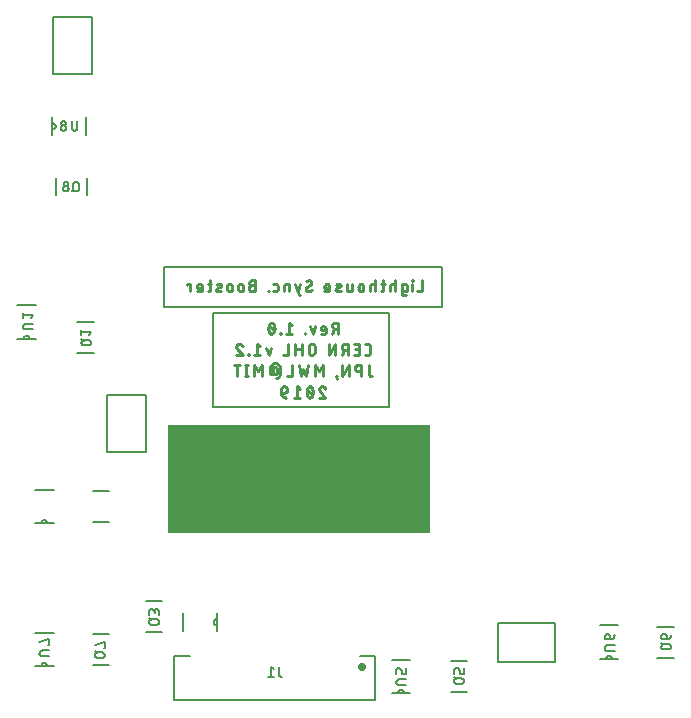
<source format=gbo>
G75*
%MOIN*%
%OFA0B0*%
%FSLAX25Y25*%
%IPPOS*%
%LPD*%
%AMOC8*
5,1,8,0,0,1.08239X$1,22.5*
%
%ADD10C,0.01000*%
%ADD11C,0.00787*%
%ADD12R,0.87402X0.36220*%
%ADD13C,0.00500*%
%ADD14C,0.00700*%
%ADD15C,0.00600*%
%ADD16C,0.02839*%
D10*
X0186451Y0216768D02*
X0186451Y0217803D01*
X0186450Y0217803D02*
X0186452Y0217865D01*
X0186458Y0217928D01*
X0186467Y0217990D01*
X0186480Y0218051D01*
X0186497Y0218111D01*
X0186517Y0218170D01*
X0186541Y0218228D01*
X0186569Y0218284D01*
X0186599Y0218338D01*
X0186633Y0218391D01*
X0186670Y0218441D01*
X0186710Y0218489D01*
X0186753Y0218535D01*
X0186799Y0218578D01*
X0186847Y0218618D01*
X0186897Y0218655D01*
X0186950Y0218689D01*
X0187004Y0218719D01*
X0187060Y0218747D01*
X0187118Y0218771D01*
X0187177Y0218791D01*
X0187237Y0218808D01*
X0187298Y0218821D01*
X0187360Y0218830D01*
X0187423Y0218836D01*
X0187485Y0218838D01*
X0187547Y0218836D01*
X0187610Y0218830D01*
X0187672Y0218821D01*
X0187733Y0218808D01*
X0187793Y0218791D01*
X0187852Y0218771D01*
X0187910Y0218747D01*
X0187966Y0218719D01*
X0188020Y0218689D01*
X0188073Y0218655D01*
X0188123Y0218618D01*
X0188171Y0218578D01*
X0188217Y0218535D01*
X0188260Y0218489D01*
X0188300Y0218441D01*
X0188337Y0218391D01*
X0188371Y0218338D01*
X0188401Y0218284D01*
X0188429Y0218228D01*
X0188453Y0218170D01*
X0188473Y0218111D01*
X0188490Y0218051D01*
X0188503Y0217990D01*
X0188512Y0217928D01*
X0188518Y0217865D01*
X0188520Y0217803D01*
X0188520Y0217596D01*
X0188518Y0217540D01*
X0188512Y0217483D01*
X0188503Y0217428D01*
X0188489Y0217373D01*
X0188472Y0217319D01*
X0188451Y0217266D01*
X0188427Y0217215D01*
X0188399Y0217166D01*
X0188368Y0217119D01*
X0188334Y0217073D01*
X0188297Y0217031D01*
X0188257Y0216991D01*
X0188215Y0216954D01*
X0188169Y0216920D01*
X0188122Y0216889D01*
X0188073Y0216861D01*
X0188022Y0216837D01*
X0187969Y0216816D01*
X0187915Y0216799D01*
X0187860Y0216785D01*
X0187805Y0216776D01*
X0187749Y0216770D01*
X0187692Y0216768D01*
X0186451Y0216768D01*
X0186453Y0216689D01*
X0186458Y0216611D01*
X0186468Y0216532D01*
X0186481Y0216455D01*
X0186498Y0216378D01*
X0186518Y0216302D01*
X0186542Y0216227D01*
X0186570Y0216153D01*
X0186601Y0216080D01*
X0186635Y0216010D01*
X0186673Y0215941D01*
X0186714Y0215873D01*
X0186758Y0215808D01*
X0186805Y0215745D01*
X0186855Y0215684D01*
X0186908Y0215626D01*
X0186964Y0215570D01*
X0187022Y0215517D01*
X0187083Y0215467D01*
X0187146Y0215420D01*
X0187211Y0215376D01*
X0187279Y0215335D01*
X0187348Y0215297D01*
X0187418Y0215263D01*
X0187491Y0215232D01*
X0187565Y0215204D01*
X0187640Y0215180D01*
X0187716Y0215160D01*
X0187793Y0215143D01*
X0187870Y0215130D01*
X0187949Y0215120D01*
X0188027Y0215115D01*
X0188106Y0215113D01*
X0190702Y0215113D02*
X0192772Y0215113D01*
X0191737Y0215113D02*
X0191737Y0218837D01*
X0192772Y0218010D01*
X0197023Y0216975D02*
X0197021Y0216868D01*
X0197016Y0216761D01*
X0197006Y0216654D01*
X0196993Y0216548D01*
X0196976Y0216442D01*
X0196956Y0216337D01*
X0196932Y0216233D01*
X0196904Y0216129D01*
X0196873Y0216027D01*
X0196838Y0215926D01*
X0196800Y0215826D01*
X0196758Y0215727D01*
X0196713Y0215630D01*
X0196817Y0215941D02*
X0195161Y0218010D01*
X0195264Y0218320D02*
X0195283Y0218370D01*
X0195305Y0218418D01*
X0195331Y0218464D01*
X0195359Y0218508D01*
X0195391Y0218551D01*
X0195425Y0218591D01*
X0195462Y0218628D01*
X0195502Y0218663D01*
X0195544Y0218695D01*
X0195588Y0218725D01*
X0195634Y0218751D01*
X0195681Y0218773D01*
X0195730Y0218793D01*
X0195781Y0218809D01*
X0195832Y0218822D01*
X0195884Y0218831D01*
X0195936Y0218836D01*
X0195989Y0218838D01*
X0196042Y0218836D01*
X0196094Y0218831D01*
X0196146Y0218822D01*
X0196197Y0218809D01*
X0196248Y0218793D01*
X0196297Y0218773D01*
X0196344Y0218751D01*
X0196390Y0218724D01*
X0196434Y0218695D01*
X0196476Y0218663D01*
X0196516Y0218628D01*
X0196553Y0218591D01*
X0196587Y0218551D01*
X0196619Y0218508D01*
X0196647Y0218464D01*
X0196673Y0218418D01*
X0196695Y0218370D01*
X0196714Y0218320D01*
X0195265Y0218320D02*
X0195220Y0218223D01*
X0195178Y0218124D01*
X0195140Y0218024D01*
X0195105Y0217923D01*
X0195074Y0217821D01*
X0195046Y0217717D01*
X0195022Y0217613D01*
X0195002Y0217508D01*
X0194985Y0217402D01*
X0194972Y0217296D01*
X0194962Y0217189D01*
X0194957Y0217082D01*
X0194955Y0216975D01*
X0197023Y0216975D02*
X0197021Y0217082D01*
X0197016Y0217189D01*
X0197006Y0217296D01*
X0196993Y0217402D01*
X0196976Y0217508D01*
X0196956Y0217613D01*
X0196932Y0217717D01*
X0196904Y0217821D01*
X0196873Y0217923D01*
X0196838Y0218024D01*
X0196800Y0218124D01*
X0196758Y0218223D01*
X0196713Y0218320D01*
X0194955Y0216975D02*
X0194957Y0216868D01*
X0194962Y0216761D01*
X0194972Y0216654D01*
X0194985Y0216548D01*
X0195002Y0216442D01*
X0195022Y0216337D01*
X0195046Y0216233D01*
X0195074Y0216129D01*
X0195105Y0216027D01*
X0195140Y0215926D01*
X0195178Y0215826D01*
X0195220Y0215727D01*
X0195265Y0215630D01*
X0195264Y0215631D02*
X0195283Y0215581D01*
X0195305Y0215533D01*
X0195331Y0215487D01*
X0195359Y0215443D01*
X0195391Y0215400D01*
X0195425Y0215360D01*
X0195462Y0215323D01*
X0195502Y0215288D01*
X0195544Y0215256D01*
X0195588Y0215226D01*
X0195634Y0215200D01*
X0195681Y0215178D01*
X0195730Y0215158D01*
X0195781Y0215142D01*
X0195832Y0215129D01*
X0195884Y0215120D01*
X0195936Y0215115D01*
X0195989Y0215113D01*
X0196042Y0215115D01*
X0196094Y0215120D01*
X0196146Y0215129D01*
X0196197Y0215142D01*
X0196248Y0215158D01*
X0196297Y0215178D01*
X0196344Y0215200D01*
X0196390Y0215226D01*
X0196434Y0215256D01*
X0196476Y0215288D01*
X0196516Y0215323D01*
X0196553Y0215360D01*
X0196587Y0215400D01*
X0196619Y0215443D01*
X0196647Y0215487D01*
X0196673Y0215533D01*
X0196695Y0215581D01*
X0196714Y0215631D01*
X0199206Y0215113D02*
X0201276Y0215113D01*
X0199517Y0217182D01*
X0200138Y0218837D02*
X0200206Y0218835D01*
X0200274Y0218829D01*
X0200342Y0218819D01*
X0200409Y0218806D01*
X0200475Y0218788D01*
X0200540Y0218767D01*
X0200604Y0218743D01*
X0200666Y0218714D01*
X0200727Y0218682D01*
X0200785Y0218647D01*
X0200841Y0218608D01*
X0200896Y0218566D01*
X0200947Y0218522D01*
X0200996Y0218474D01*
X0201042Y0218424D01*
X0201086Y0218371D01*
X0201126Y0218315D01*
X0201163Y0218258D01*
X0201196Y0218198D01*
X0201226Y0218137D01*
X0201253Y0218074D01*
X0201276Y0218009D01*
X0199517Y0217182D02*
X0199474Y0217226D01*
X0199433Y0217273D01*
X0199395Y0217323D01*
X0199360Y0217374D01*
X0199329Y0217428D01*
X0199301Y0217484D01*
X0199276Y0217541D01*
X0199255Y0217600D01*
X0199238Y0217659D01*
X0199224Y0217720D01*
X0199215Y0217782D01*
X0199209Y0217844D01*
X0199207Y0217906D01*
X0199209Y0217964D01*
X0199214Y0218023D01*
X0199223Y0218080D01*
X0199236Y0218138D01*
X0199253Y0218194D01*
X0199272Y0218249D01*
X0199296Y0218302D01*
X0199322Y0218355D01*
X0199352Y0218405D01*
X0199385Y0218453D01*
X0199421Y0218499D01*
X0199459Y0218543D01*
X0199501Y0218585D01*
X0199545Y0218623D01*
X0199591Y0218659D01*
X0199639Y0218692D01*
X0199689Y0218722D01*
X0199742Y0218748D01*
X0199795Y0218772D01*
X0199850Y0218791D01*
X0199906Y0218808D01*
X0199964Y0218821D01*
X0200021Y0218830D01*
X0200080Y0218835D01*
X0200138Y0218837D01*
X0200424Y0222200D02*
X0200424Y0225924D01*
X0199182Y0223855D01*
X0197941Y0225924D01*
X0197941Y0222200D01*
X0194766Y0222200D02*
X0193938Y0224683D01*
X0193111Y0222200D01*
X0192283Y0225924D01*
X0189997Y0225924D02*
X0189997Y0222200D01*
X0188342Y0222200D01*
X0186098Y0223131D02*
X0186098Y0224889D01*
X0185063Y0224683D02*
X0185063Y0223441D01*
X0186098Y0223131D02*
X0186096Y0223053D01*
X0186090Y0222975D01*
X0186080Y0222898D01*
X0186067Y0222821D01*
X0186050Y0222746D01*
X0186028Y0222671D01*
X0186003Y0222597D01*
X0185975Y0222524D01*
X0185943Y0222453D01*
X0185907Y0222384D01*
X0185868Y0222317D01*
X0185826Y0222251D01*
X0185780Y0222188D01*
X0185731Y0222128D01*
X0185680Y0222069D01*
X0185625Y0222014D01*
X0185568Y0221961D01*
X0185508Y0221911D01*
X0185446Y0221864D01*
X0185381Y0221821D01*
X0185314Y0221780D01*
X0185246Y0221743D01*
X0185176Y0221710D01*
X0185104Y0221680D01*
X0185030Y0221654D01*
X0184956Y0221631D01*
X0184880Y0221612D01*
X0184804Y0221597D01*
X0184727Y0221586D01*
X0184649Y0221579D01*
X0185063Y0223441D02*
X0185061Y0223392D01*
X0185055Y0223344D01*
X0185046Y0223296D01*
X0185033Y0223249D01*
X0185016Y0223203D01*
X0184995Y0223159D01*
X0184971Y0223117D01*
X0184944Y0223076D01*
X0184914Y0223038D01*
X0184881Y0223002D01*
X0184845Y0222969D01*
X0184807Y0222939D01*
X0184766Y0222912D01*
X0184724Y0222888D01*
X0184680Y0222867D01*
X0184634Y0222850D01*
X0184587Y0222837D01*
X0184539Y0222828D01*
X0184491Y0222822D01*
X0184442Y0222820D01*
X0184393Y0222822D01*
X0184345Y0222828D01*
X0184297Y0222837D01*
X0184250Y0222850D01*
X0184204Y0222867D01*
X0184160Y0222888D01*
X0184118Y0222912D01*
X0184077Y0222939D01*
X0184039Y0222969D01*
X0184003Y0223002D01*
X0183970Y0223038D01*
X0183940Y0223076D01*
X0183913Y0223117D01*
X0183889Y0223159D01*
X0183868Y0223203D01*
X0183851Y0223249D01*
X0183838Y0223296D01*
X0183829Y0223344D01*
X0183823Y0223392D01*
X0183821Y0223441D01*
X0183822Y0223338D02*
X0183822Y0225303D01*
X0184442Y0225303D01*
X0186097Y0224889D02*
X0186095Y0224969D01*
X0186089Y0225049D01*
X0186080Y0225128D01*
X0186066Y0225207D01*
X0186049Y0225285D01*
X0186028Y0225362D01*
X0186003Y0225438D01*
X0185975Y0225513D01*
X0185943Y0225586D01*
X0185907Y0225658D01*
X0185869Y0225728D01*
X0185826Y0225796D01*
X0185781Y0225862D01*
X0185732Y0225925D01*
X0185681Y0225986D01*
X0185626Y0226045D01*
X0185569Y0226101D01*
X0185509Y0226154D01*
X0185447Y0226204D01*
X0185382Y0226251D01*
X0185315Y0226295D01*
X0185246Y0226335D01*
X0185175Y0226373D01*
X0185103Y0226406D01*
X0185029Y0226436D01*
X0184953Y0226463D01*
X0184877Y0226486D01*
X0184799Y0226505D01*
X0184721Y0226520D01*
X0184641Y0226532D01*
X0184562Y0226540D01*
X0184482Y0226544D01*
X0184402Y0226544D01*
X0184322Y0226540D01*
X0184243Y0226532D01*
X0184163Y0226520D01*
X0184085Y0226505D01*
X0184007Y0226486D01*
X0183931Y0226463D01*
X0183855Y0226436D01*
X0183781Y0226406D01*
X0183709Y0226373D01*
X0183638Y0226335D01*
X0183569Y0226295D01*
X0183502Y0226251D01*
X0183437Y0226204D01*
X0183375Y0226154D01*
X0183315Y0226101D01*
X0183258Y0226045D01*
X0183203Y0225986D01*
X0183152Y0225925D01*
X0183103Y0225862D01*
X0183058Y0225796D01*
X0183015Y0225728D01*
X0182977Y0225658D01*
X0182941Y0225586D01*
X0182909Y0225513D01*
X0182881Y0225438D01*
X0182856Y0225362D01*
X0182835Y0225285D01*
X0182818Y0225207D01*
X0182804Y0225128D01*
X0182795Y0225049D01*
X0182789Y0224969D01*
X0182787Y0224889D01*
X0182787Y0223338D01*
X0182789Y0223294D01*
X0182794Y0223251D01*
X0182804Y0223208D01*
X0182817Y0223166D01*
X0182833Y0223125D01*
X0182853Y0223086D01*
X0182876Y0223048D01*
X0182902Y0223013D01*
X0182931Y0222980D01*
X0182962Y0222950D01*
X0182997Y0222922D01*
X0183033Y0222898D01*
X0183071Y0222876D01*
X0183111Y0222858D01*
X0183153Y0222844D01*
X0183195Y0222833D01*
X0183238Y0222825D01*
X0183282Y0222821D01*
X0183326Y0222821D01*
X0183370Y0222825D01*
X0183413Y0222833D01*
X0183455Y0222844D01*
X0183497Y0222858D01*
X0183537Y0222876D01*
X0183575Y0222898D01*
X0183611Y0222922D01*
X0183646Y0222950D01*
X0183677Y0222980D01*
X0183706Y0223013D01*
X0183732Y0223048D01*
X0183755Y0223086D01*
X0183775Y0223125D01*
X0183791Y0223166D01*
X0183804Y0223208D01*
X0183814Y0223251D01*
X0183819Y0223294D01*
X0183821Y0223338D01*
X0185063Y0224683D02*
X0185061Y0224732D01*
X0185055Y0224780D01*
X0185046Y0224828D01*
X0185033Y0224875D01*
X0185016Y0224921D01*
X0184995Y0224965D01*
X0184971Y0225007D01*
X0184944Y0225048D01*
X0184914Y0225086D01*
X0184881Y0225122D01*
X0184845Y0225155D01*
X0184807Y0225185D01*
X0184766Y0225212D01*
X0184724Y0225236D01*
X0184680Y0225257D01*
X0184634Y0225274D01*
X0184587Y0225287D01*
X0184539Y0225296D01*
X0184491Y0225302D01*
X0184442Y0225304D01*
X0180014Y0225924D02*
X0178773Y0223855D01*
X0177531Y0225924D01*
X0177531Y0222200D01*
X0175360Y0222200D02*
X0174532Y0222200D01*
X0174946Y0222200D02*
X0174946Y0225924D01*
X0175360Y0225924D02*
X0174532Y0225924D01*
X0172863Y0225924D02*
X0170794Y0225924D01*
X0171828Y0225924D02*
X0171828Y0222200D01*
X0171557Y0229286D02*
X0173627Y0229286D01*
X0171868Y0231355D01*
X0172489Y0233010D02*
X0172557Y0233008D01*
X0172625Y0233002D01*
X0172693Y0232992D01*
X0172760Y0232979D01*
X0172826Y0232961D01*
X0172891Y0232940D01*
X0172955Y0232916D01*
X0173017Y0232887D01*
X0173078Y0232855D01*
X0173136Y0232820D01*
X0173192Y0232781D01*
X0173247Y0232739D01*
X0173298Y0232695D01*
X0173347Y0232647D01*
X0173393Y0232597D01*
X0173437Y0232544D01*
X0173477Y0232488D01*
X0173514Y0232431D01*
X0173547Y0232371D01*
X0173577Y0232310D01*
X0173604Y0232247D01*
X0173627Y0232182D01*
X0171868Y0231356D02*
X0171825Y0231400D01*
X0171784Y0231447D01*
X0171746Y0231497D01*
X0171711Y0231548D01*
X0171680Y0231602D01*
X0171652Y0231658D01*
X0171627Y0231715D01*
X0171606Y0231774D01*
X0171589Y0231833D01*
X0171575Y0231894D01*
X0171566Y0231956D01*
X0171560Y0232018D01*
X0171558Y0232080D01*
X0171560Y0232138D01*
X0171565Y0232197D01*
X0171574Y0232254D01*
X0171587Y0232312D01*
X0171604Y0232368D01*
X0171623Y0232423D01*
X0171647Y0232476D01*
X0171673Y0232529D01*
X0171703Y0232579D01*
X0171736Y0232627D01*
X0171772Y0232673D01*
X0171810Y0232717D01*
X0171852Y0232759D01*
X0171896Y0232797D01*
X0171942Y0232833D01*
X0171990Y0232866D01*
X0172040Y0232896D01*
X0172093Y0232922D01*
X0172146Y0232946D01*
X0172201Y0232965D01*
X0172257Y0232982D01*
X0172315Y0232995D01*
X0172372Y0233004D01*
X0172431Y0233009D01*
X0172489Y0233011D01*
X0175465Y0229493D02*
X0175465Y0229286D01*
X0175672Y0229286D01*
X0175672Y0229493D01*
X0175465Y0229493D01*
X0177510Y0229286D02*
X0179579Y0229286D01*
X0178545Y0229286D02*
X0178545Y0233011D01*
X0179579Y0232183D01*
X0181544Y0231769D02*
X0182371Y0229286D01*
X0183199Y0231769D01*
X0187121Y0229286D02*
X0188777Y0229286D01*
X0188777Y0233011D01*
X0191258Y0233011D02*
X0191258Y0229286D01*
X0193327Y0229286D02*
X0193327Y0233011D01*
X0193327Y0231355D02*
X0191258Y0231355D01*
X0195652Y0231976D02*
X0195652Y0230321D01*
X0195651Y0230321D02*
X0195653Y0230259D01*
X0195659Y0230196D01*
X0195668Y0230134D01*
X0195681Y0230073D01*
X0195698Y0230013D01*
X0195718Y0229954D01*
X0195742Y0229896D01*
X0195770Y0229840D01*
X0195800Y0229786D01*
X0195834Y0229733D01*
X0195871Y0229683D01*
X0195911Y0229635D01*
X0195954Y0229589D01*
X0196000Y0229546D01*
X0196048Y0229506D01*
X0196098Y0229469D01*
X0196151Y0229435D01*
X0196205Y0229405D01*
X0196261Y0229377D01*
X0196319Y0229353D01*
X0196378Y0229333D01*
X0196438Y0229316D01*
X0196499Y0229303D01*
X0196561Y0229294D01*
X0196624Y0229288D01*
X0196686Y0229286D01*
X0196748Y0229288D01*
X0196811Y0229294D01*
X0196873Y0229303D01*
X0196934Y0229316D01*
X0196994Y0229333D01*
X0197053Y0229353D01*
X0197111Y0229377D01*
X0197167Y0229405D01*
X0197221Y0229435D01*
X0197274Y0229469D01*
X0197324Y0229506D01*
X0197372Y0229546D01*
X0197418Y0229589D01*
X0197461Y0229635D01*
X0197501Y0229683D01*
X0197538Y0229733D01*
X0197572Y0229786D01*
X0197602Y0229840D01*
X0197630Y0229896D01*
X0197654Y0229954D01*
X0197674Y0230013D01*
X0197691Y0230073D01*
X0197704Y0230134D01*
X0197713Y0230196D01*
X0197719Y0230259D01*
X0197721Y0230321D01*
X0197721Y0231976D01*
X0197719Y0232038D01*
X0197713Y0232101D01*
X0197704Y0232163D01*
X0197691Y0232224D01*
X0197674Y0232284D01*
X0197654Y0232343D01*
X0197630Y0232401D01*
X0197602Y0232457D01*
X0197572Y0232511D01*
X0197538Y0232564D01*
X0197501Y0232614D01*
X0197461Y0232662D01*
X0197418Y0232708D01*
X0197372Y0232751D01*
X0197324Y0232791D01*
X0197274Y0232828D01*
X0197221Y0232862D01*
X0197167Y0232892D01*
X0197111Y0232920D01*
X0197053Y0232944D01*
X0196994Y0232964D01*
X0196934Y0232981D01*
X0196873Y0232994D01*
X0196811Y0233003D01*
X0196748Y0233009D01*
X0196686Y0233011D01*
X0196624Y0233009D01*
X0196561Y0233003D01*
X0196499Y0232994D01*
X0196438Y0232981D01*
X0196378Y0232964D01*
X0196319Y0232944D01*
X0196261Y0232920D01*
X0196205Y0232892D01*
X0196151Y0232862D01*
X0196098Y0232828D01*
X0196048Y0232791D01*
X0196000Y0232751D01*
X0195954Y0232708D01*
X0195911Y0232662D01*
X0195871Y0232614D01*
X0195834Y0232564D01*
X0195800Y0232511D01*
X0195770Y0232457D01*
X0195742Y0232401D01*
X0195718Y0232343D01*
X0195698Y0232284D01*
X0195681Y0232224D01*
X0195668Y0232163D01*
X0195659Y0232101D01*
X0195653Y0232038D01*
X0195651Y0231976D01*
X0194558Y0236373D02*
X0194351Y0236373D01*
X0194351Y0236580D01*
X0194558Y0236580D01*
X0194558Y0236373D01*
X0197006Y0236373D02*
X0196178Y0238856D01*
X0197834Y0238856D02*
X0197006Y0236373D01*
X0199722Y0236373D02*
X0200756Y0236373D01*
X0200805Y0236375D01*
X0200853Y0236381D01*
X0200901Y0236390D01*
X0200948Y0236403D01*
X0200994Y0236420D01*
X0201038Y0236441D01*
X0201080Y0236465D01*
X0201121Y0236492D01*
X0201159Y0236522D01*
X0201195Y0236555D01*
X0201228Y0236591D01*
X0201258Y0236629D01*
X0201285Y0236670D01*
X0201309Y0236712D01*
X0201330Y0236756D01*
X0201347Y0236802D01*
X0201360Y0236849D01*
X0201369Y0236897D01*
X0201375Y0236945D01*
X0201377Y0236994D01*
X0201377Y0238028D01*
X0201377Y0237614D02*
X0199722Y0237614D01*
X0199722Y0238028D01*
X0199721Y0238028D02*
X0199723Y0238085D01*
X0199729Y0238141D01*
X0199738Y0238196D01*
X0199752Y0238251D01*
X0199769Y0238305D01*
X0199790Y0238358D01*
X0199814Y0238409D01*
X0199842Y0238458D01*
X0199873Y0238505D01*
X0199907Y0238551D01*
X0199944Y0238593D01*
X0199984Y0238633D01*
X0200026Y0238670D01*
X0200072Y0238704D01*
X0200119Y0238735D01*
X0200168Y0238763D01*
X0200219Y0238787D01*
X0200272Y0238808D01*
X0200326Y0238825D01*
X0200381Y0238839D01*
X0200436Y0238848D01*
X0200492Y0238854D01*
X0200549Y0238856D01*
X0200606Y0238854D01*
X0200662Y0238848D01*
X0200717Y0238839D01*
X0200772Y0238825D01*
X0200826Y0238808D01*
X0200879Y0238787D01*
X0200930Y0238763D01*
X0200979Y0238735D01*
X0201026Y0238704D01*
X0201072Y0238670D01*
X0201114Y0238633D01*
X0201154Y0238593D01*
X0201191Y0238551D01*
X0201225Y0238505D01*
X0201256Y0238458D01*
X0201284Y0238409D01*
X0201308Y0238358D01*
X0201329Y0238305D01*
X0201346Y0238251D01*
X0201360Y0238196D01*
X0201369Y0238141D01*
X0201375Y0238085D01*
X0201377Y0238028D01*
X0203433Y0236373D02*
X0204261Y0238028D01*
X0204468Y0238028D02*
X0205503Y0238028D01*
X0204468Y0238028D02*
X0204406Y0238030D01*
X0204343Y0238036D01*
X0204281Y0238045D01*
X0204220Y0238058D01*
X0204160Y0238075D01*
X0204101Y0238095D01*
X0204043Y0238119D01*
X0203987Y0238147D01*
X0203933Y0238177D01*
X0203880Y0238211D01*
X0203830Y0238248D01*
X0203782Y0238288D01*
X0203736Y0238331D01*
X0203693Y0238377D01*
X0203653Y0238425D01*
X0203616Y0238475D01*
X0203582Y0238528D01*
X0203552Y0238582D01*
X0203524Y0238638D01*
X0203500Y0238696D01*
X0203480Y0238755D01*
X0203463Y0238815D01*
X0203450Y0238876D01*
X0203441Y0238938D01*
X0203435Y0239001D01*
X0203433Y0239063D01*
X0203435Y0239125D01*
X0203441Y0239188D01*
X0203450Y0239250D01*
X0203463Y0239311D01*
X0203480Y0239371D01*
X0203500Y0239430D01*
X0203524Y0239488D01*
X0203552Y0239544D01*
X0203582Y0239598D01*
X0203616Y0239651D01*
X0203653Y0239701D01*
X0203693Y0239749D01*
X0203736Y0239795D01*
X0203782Y0239838D01*
X0203830Y0239878D01*
X0203880Y0239915D01*
X0203933Y0239949D01*
X0203987Y0239979D01*
X0204043Y0240007D01*
X0204101Y0240031D01*
X0204160Y0240051D01*
X0204220Y0240068D01*
X0204281Y0240081D01*
X0204343Y0240090D01*
X0204406Y0240096D01*
X0204468Y0240098D01*
X0204468Y0240097D02*
X0205503Y0240097D01*
X0205503Y0236373D01*
X0204382Y0233011D02*
X0202313Y0229286D01*
X0202313Y0233011D01*
X0204382Y0233011D02*
X0204382Y0229286D01*
X0206657Y0229286D02*
X0207485Y0230942D01*
X0207692Y0230942D02*
X0208726Y0230942D01*
X0207692Y0230941D02*
X0207630Y0230943D01*
X0207567Y0230949D01*
X0207505Y0230958D01*
X0207444Y0230971D01*
X0207384Y0230988D01*
X0207325Y0231008D01*
X0207267Y0231032D01*
X0207211Y0231060D01*
X0207157Y0231090D01*
X0207104Y0231124D01*
X0207054Y0231161D01*
X0207006Y0231201D01*
X0206960Y0231244D01*
X0206917Y0231290D01*
X0206877Y0231338D01*
X0206840Y0231388D01*
X0206806Y0231441D01*
X0206776Y0231495D01*
X0206748Y0231551D01*
X0206724Y0231609D01*
X0206704Y0231668D01*
X0206687Y0231728D01*
X0206674Y0231789D01*
X0206665Y0231851D01*
X0206659Y0231914D01*
X0206657Y0231976D01*
X0206659Y0232038D01*
X0206665Y0232101D01*
X0206674Y0232163D01*
X0206687Y0232224D01*
X0206704Y0232284D01*
X0206724Y0232343D01*
X0206748Y0232401D01*
X0206776Y0232457D01*
X0206806Y0232511D01*
X0206840Y0232564D01*
X0206877Y0232614D01*
X0206917Y0232662D01*
X0206960Y0232708D01*
X0207006Y0232751D01*
X0207054Y0232791D01*
X0207104Y0232828D01*
X0207157Y0232862D01*
X0207211Y0232892D01*
X0207267Y0232920D01*
X0207325Y0232944D01*
X0207384Y0232964D01*
X0207444Y0232981D01*
X0207505Y0232994D01*
X0207567Y0233003D01*
X0207630Y0233009D01*
X0207692Y0233011D01*
X0208726Y0233011D01*
X0208726Y0229286D01*
X0210790Y0229286D02*
X0212446Y0229286D01*
X0212446Y0233011D01*
X0210790Y0233011D01*
X0211204Y0231355D02*
X0212446Y0231355D01*
X0214513Y0233011D02*
X0215341Y0233011D01*
X0215398Y0233009D01*
X0215454Y0233003D01*
X0215509Y0232994D01*
X0215564Y0232980D01*
X0215618Y0232963D01*
X0215671Y0232942D01*
X0215722Y0232918D01*
X0215771Y0232890D01*
X0215819Y0232859D01*
X0215864Y0232825D01*
X0215906Y0232788D01*
X0215946Y0232748D01*
X0215983Y0232706D01*
X0216017Y0232660D01*
X0216048Y0232613D01*
X0216076Y0232564D01*
X0216100Y0232513D01*
X0216121Y0232460D01*
X0216138Y0232406D01*
X0216152Y0232351D01*
X0216161Y0232296D01*
X0216167Y0232240D01*
X0216169Y0232183D01*
X0216169Y0230114D01*
X0216167Y0230058D01*
X0216161Y0230001D01*
X0216152Y0229946D01*
X0216138Y0229891D01*
X0216121Y0229837D01*
X0216100Y0229784D01*
X0216076Y0229733D01*
X0216048Y0229684D01*
X0216017Y0229637D01*
X0215983Y0229591D01*
X0215946Y0229549D01*
X0215906Y0229509D01*
X0215864Y0229472D01*
X0215818Y0229438D01*
X0215771Y0229407D01*
X0215722Y0229379D01*
X0215671Y0229355D01*
X0215618Y0229334D01*
X0215564Y0229317D01*
X0215509Y0229303D01*
X0215454Y0229294D01*
X0215398Y0229288D01*
X0215341Y0229286D01*
X0214513Y0229286D01*
X0215691Y0225924D02*
X0215691Y0223027D01*
X0215693Y0222970D01*
X0215699Y0222914D01*
X0215708Y0222859D01*
X0215722Y0222804D01*
X0215739Y0222750D01*
X0215760Y0222697D01*
X0215784Y0222646D01*
X0215812Y0222597D01*
X0215843Y0222550D01*
X0215877Y0222504D01*
X0215914Y0222462D01*
X0215954Y0222422D01*
X0215996Y0222385D01*
X0216042Y0222351D01*
X0216089Y0222320D01*
X0216138Y0222292D01*
X0216189Y0222268D01*
X0216242Y0222247D01*
X0216296Y0222230D01*
X0216351Y0222216D01*
X0216406Y0222207D01*
X0216462Y0222201D01*
X0216519Y0222199D01*
X0216519Y0222200D02*
X0216933Y0222200D01*
X0213141Y0222200D02*
X0213141Y0225924D01*
X0212107Y0225924D01*
X0212045Y0225922D01*
X0211982Y0225916D01*
X0211920Y0225907D01*
X0211859Y0225894D01*
X0211799Y0225877D01*
X0211740Y0225857D01*
X0211682Y0225833D01*
X0211626Y0225805D01*
X0211572Y0225775D01*
X0211519Y0225741D01*
X0211469Y0225704D01*
X0211421Y0225664D01*
X0211375Y0225621D01*
X0211332Y0225575D01*
X0211292Y0225527D01*
X0211255Y0225477D01*
X0211221Y0225424D01*
X0211191Y0225370D01*
X0211163Y0225314D01*
X0211139Y0225256D01*
X0211119Y0225197D01*
X0211102Y0225137D01*
X0211089Y0225076D01*
X0211080Y0225014D01*
X0211074Y0224951D01*
X0211072Y0224889D01*
X0211074Y0224827D01*
X0211080Y0224764D01*
X0211089Y0224702D01*
X0211102Y0224641D01*
X0211119Y0224581D01*
X0211139Y0224522D01*
X0211163Y0224464D01*
X0211191Y0224408D01*
X0211221Y0224354D01*
X0211255Y0224301D01*
X0211292Y0224251D01*
X0211332Y0224203D01*
X0211375Y0224157D01*
X0211421Y0224114D01*
X0211469Y0224074D01*
X0211519Y0224037D01*
X0211572Y0224003D01*
X0211626Y0223973D01*
X0211682Y0223945D01*
X0211740Y0223921D01*
X0211799Y0223901D01*
X0211859Y0223884D01*
X0211920Y0223871D01*
X0211982Y0223862D01*
X0212045Y0223856D01*
X0212107Y0223854D01*
X0212107Y0223855D02*
X0213141Y0223855D01*
X0209004Y0222200D02*
X0209004Y0225924D01*
X0206935Y0222200D01*
X0206935Y0225924D01*
X0204984Y0222407D02*
X0204777Y0222407D01*
X0204777Y0222200D01*
X0205088Y0221372D01*
X0204984Y0222200D02*
X0204984Y0222407D01*
X0204984Y0222200D02*
X0204777Y0222200D01*
X0195594Y0225924D02*
X0194766Y0222200D01*
X0180014Y0222200D02*
X0180014Y0225924D01*
X0183258Y0236372D02*
X0183311Y0236374D01*
X0183363Y0236379D01*
X0183415Y0236388D01*
X0183466Y0236401D01*
X0183517Y0236417D01*
X0183566Y0236437D01*
X0183613Y0236459D01*
X0183659Y0236485D01*
X0183703Y0236515D01*
X0183745Y0236547D01*
X0183785Y0236582D01*
X0183822Y0236619D01*
X0183856Y0236659D01*
X0183888Y0236702D01*
X0183916Y0236746D01*
X0183942Y0236792D01*
X0183964Y0236840D01*
X0183983Y0236890D01*
X0184086Y0237201D02*
X0182430Y0239270D01*
X0182533Y0239580D02*
X0182552Y0239630D01*
X0182574Y0239678D01*
X0182600Y0239724D01*
X0182628Y0239768D01*
X0182660Y0239811D01*
X0182694Y0239851D01*
X0182731Y0239888D01*
X0182771Y0239923D01*
X0182813Y0239955D01*
X0182857Y0239985D01*
X0182903Y0240011D01*
X0182950Y0240033D01*
X0182999Y0240053D01*
X0183050Y0240069D01*
X0183101Y0240082D01*
X0183153Y0240091D01*
X0183205Y0240096D01*
X0183258Y0240098D01*
X0183311Y0240096D01*
X0183363Y0240091D01*
X0183415Y0240082D01*
X0183466Y0240069D01*
X0183517Y0240053D01*
X0183566Y0240033D01*
X0183613Y0240011D01*
X0183659Y0239984D01*
X0183703Y0239955D01*
X0183745Y0239923D01*
X0183785Y0239888D01*
X0183822Y0239851D01*
X0183856Y0239811D01*
X0183888Y0239768D01*
X0183916Y0239724D01*
X0183942Y0239678D01*
X0183964Y0239630D01*
X0183983Y0239580D01*
X0182534Y0239580D02*
X0182489Y0239483D01*
X0182447Y0239384D01*
X0182409Y0239284D01*
X0182374Y0239183D01*
X0182343Y0239081D01*
X0182315Y0238977D01*
X0182291Y0238873D01*
X0182271Y0238768D01*
X0182254Y0238662D01*
X0182241Y0238556D01*
X0182231Y0238449D01*
X0182226Y0238342D01*
X0182224Y0238235D01*
X0184292Y0238235D02*
X0184290Y0238342D01*
X0184285Y0238449D01*
X0184275Y0238556D01*
X0184262Y0238662D01*
X0184245Y0238768D01*
X0184225Y0238873D01*
X0184201Y0238977D01*
X0184173Y0239081D01*
X0184142Y0239183D01*
X0184107Y0239284D01*
X0184069Y0239384D01*
X0184027Y0239483D01*
X0183982Y0239580D01*
X0182224Y0238235D02*
X0182226Y0238128D01*
X0182231Y0238021D01*
X0182241Y0237914D01*
X0182254Y0237808D01*
X0182271Y0237702D01*
X0182291Y0237597D01*
X0182315Y0237493D01*
X0182343Y0237389D01*
X0182374Y0237287D01*
X0182409Y0237186D01*
X0182447Y0237086D01*
X0182489Y0236987D01*
X0182534Y0236890D01*
X0182533Y0236890D02*
X0182552Y0236840D01*
X0182574Y0236792D01*
X0182600Y0236746D01*
X0182628Y0236702D01*
X0182660Y0236659D01*
X0182694Y0236619D01*
X0182731Y0236582D01*
X0182771Y0236547D01*
X0182813Y0236515D01*
X0182857Y0236485D01*
X0182903Y0236459D01*
X0182950Y0236437D01*
X0182999Y0236417D01*
X0183050Y0236401D01*
X0183101Y0236388D01*
X0183153Y0236379D01*
X0183205Y0236374D01*
X0183258Y0236372D01*
X0183982Y0236890D02*
X0184027Y0236987D01*
X0184069Y0237086D01*
X0184107Y0237186D01*
X0184142Y0237287D01*
X0184173Y0237389D01*
X0184201Y0237493D01*
X0184225Y0237597D01*
X0184245Y0237702D01*
X0184262Y0237808D01*
X0184275Y0237914D01*
X0184285Y0238021D01*
X0184290Y0238128D01*
X0184292Y0238235D01*
X0186131Y0236580D02*
X0186131Y0236373D01*
X0186338Y0236373D01*
X0186338Y0236580D01*
X0186131Y0236580D01*
X0188176Y0236373D02*
X0190245Y0236373D01*
X0189211Y0236373D02*
X0189211Y0240097D01*
X0190245Y0239270D01*
X0192406Y0249222D02*
X0191165Y0252946D01*
X0192820Y0252946D02*
X0191992Y0250463D01*
X0192406Y0249222D02*
X0192820Y0249222D01*
X0194642Y0251291D02*
X0194644Y0251234D01*
X0194650Y0251178D01*
X0194659Y0251123D01*
X0194673Y0251068D01*
X0194690Y0251014D01*
X0194711Y0250961D01*
X0194735Y0250910D01*
X0194763Y0250861D01*
X0194794Y0250814D01*
X0194828Y0250768D01*
X0194865Y0250726D01*
X0194905Y0250686D01*
X0194947Y0250649D01*
X0194993Y0250615D01*
X0195040Y0250584D01*
X0195089Y0250556D01*
X0195140Y0250532D01*
X0195193Y0250511D01*
X0195247Y0250494D01*
X0195302Y0250480D01*
X0195357Y0250471D01*
X0195413Y0250465D01*
X0195470Y0250463D01*
X0194642Y0251291D02*
X0194644Y0251346D01*
X0194649Y0251400D01*
X0194658Y0251454D01*
X0194670Y0251507D01*
X0194686Y0251559D01*
X0194705Y0251610D01*
X0194727Y0251660D01*
X0194753Y0251708D01*
X0194781Y0251755D01*
X0194813Y0251799D01*
X0194847Y0251842D01*
X0194884Y0251882D01*
X0194924Y0251919D01*
X0194966Y0251954D01*
X0195010Y0251986D01*
X0195056Y0252016D01*
X0195056Y0252015D02*
X0196195Y0252636D01*
X0195781Y0254188D02*
X0195704Y0254186D01*
X0195628Y0254180D01*
X0195551Y0254171D01*
X0195476Y0254158D01*
X0195401Y0254141D01*
X0195327Y0254120D01*
X0195254Y0254096D01*
X0195182Y0254068D01*
X0195112Y0254037D01*
X0195044Y0254002D01*
X0194977Y0253964D01*
X0194912Y0253922D01*
X0194850Y0253878D01*
X0196195Y0252635D02*
X0196241Y0252665D01*
X0196285Y0252697D01*
X0196327Y0252732D01*
X0196367Y0252769D01*
X0196404Y0252809D01*
X0196438Y0252852D01*
X0196470Y0252896D01*
X0196498Y0252943D01*
X0196524Y0252991D01*
X0196546Y0253041D01*
X0196565Y0253092D01*
X0196581Y0253144D01*
X0196593Y0253197D01*
X0196602Y0253251D01*
X0196607Y0253305D01*
X0196609Y0253360D01*
X0196607Y0253417D01*
X0196601Y0253473D01*
X0196592Y0253528D01*
X0196578Y0253583D01*
X0196561Y0253637D01*
X0196540Y0253690D01*
X0196516Y0253741D01*
X0196488Y0253790D01*
X0196457Y0253837D01*
X0196423Y0253883D01*
X0196386Y0253925D01*
X0196346Y0253965D01*
X0196304Y0254002D01*
X0196258Y0254036D01*
X0196211Y0254067D01*
X0196162Y0254095D01*
X0196111Y0254119D01*
X0196058Y0254140D01*
X0196004Y0254157D01*
X0195949Y0254171D01*
X0195894Y0254180D01*
X0195838Y0254186D01*
X0195781Y0254188D01*
X0196711Y0250981D02*
X0196653Y0250925D01*
X0196592Y0250871D01*
X0196528Y0250821D01*
X0196462Y0250773D01*
X0196395Y0250729D01*
X0196325Y0250687D01*
X0196253Y0250649D01*
X0196180Y0250615D01*
X0196105Y0250583D01*
X0196028Y0250556D01*
X0195951Y0250531D01*
X0195872Y0250511D01*
X0195793Y0250494D01*
X0195713Y0250481D01*
X0195632Y0250472D01*
X0195551Y0250466D01*
X0195470Y0250464D01*
X0189135Y0250463D02*
X0189135Y0252946D01*
X0188100Y0252946D01*
X0188100Y0252947D02*
X0188051Y0252945D01*
X0188003Y0252939D01*
X0187955Y0252930D01*
X0187908Y0252917D01*
X0187862Y0252900D01*
X0187818Y0252879D01*
X0187776Y0252855D01*
X0187735Y0252828D01*
X0187697Y0252798D01*
X0187661Y0252765D01*
X0187628Y0252729D01*
X0187598Y0252691D01*
X0187571Y0252650D01*
X0187547Y0252608D01*
X0187526Y0252564D01*
X0187509Y0252518D01*
X0187496Y0252471D01*
X0187487Y0252423D01*
X0187481Y0252375D01*
X0187479Y0252326D01*
X0187480Y0252326D02*
X0187480Y0250463D01*
X0185299Y0251084D02*
X0185299Y0252326D01*
X0185297Y0252375D01*
X0185291Y0252423D01*
X0185282Y0252471D01*
X0185269Y0252518D01*
X0185252Y0252564D01*
X0185231Y0252608D01*
X0185207Y0252650D01*
X0185180Y0252691D01*
X0185150Y0252729D01*
X0185117Y0252765D01*
X0185081Y0252798D01*
X0185043Y0252828D01*
X0185002Y0252855D01*
X0184960Y0252879D01*
X0184916Y0252900D01*
X0184870Y0252917D01*
X0184823Y0252930D01*
X0184775Y0252939D01*
X0184727Y0252945D01*
X0184678Y0252947D01*
X0184678Y0252946D02*
X0183851Y0252946D01*
X0185299Y0251084D02*
X0185297Y0251035D01*
X0185291Y0250987D01*
X0185282Y0250939D01*
X0185269Y0250892D01*
X0185252Y0250846D01*
X0185231Y0250802D01*
X0185207Y0250760D01*
X0185180Y0250719D01*
X0185150Y0250681D01*
X0185117Y0250645D01*
X0185081Y0250612D01*
X0185043Y0250582D01*
X0185002Y0250555D01*
X0184960Y0250531D01*
X0184916Y0250510D01*
X0184870Y0250493D01*
X0184823Y0250480D01*
X0184775Y0250471D01*
X0184727Y0250465D01*
X0184678Y0250463D01*
X0183851Y0250463D01*
X0182316Y0250463D02*
X0182109Y0250463D01*
X0182109Y0250670D01*
X0182316Y0250670D01*
X0182316Y0250463D01*
X0177747Y0250463D02*
X0177747Y0254188D01*
X0176712Y0254188D01*
X0176655Y0254186D01*
X0176599Y0254180D01*
X0176544Y0254171D01*
X0176489Y0254157D01*
X0176435Y0254140D01*
X0176382Y0254119D01*
X0176331Y0254095D01*
X0176282Y0254067D01*
X0176235Y0254036D01*
X0176189Y0254002D01*
X0176147Y0253965D01*
X0176107Y0253925D01*
X0176070Y0253883D01*
X0176036Y0253837D01*
X0176005Y0253790D01*
X0175977Y0253741D01*
X0175953Y0253690D01*
X0175932Y0253637D01*
X0175915Y0253583D01*
X0175901Y0253528D01*
X0175892Y0253473D01*
X0175886Y0253417D01*
X0175884Y0253360D01*
X0175886Y0253303D01*
X0175892Y0253247D01*
X0175901Y0253192D01*
X0175915Y0253137D01*
X0175932Y0253083D01*
X0175953Y0253030D01*
X0175977Y0252979D01*
X0176005Y0252930D01*
X0176036Y0252883D01*
X0176070Y0252837D01*
X0176107Y0252795D01*
X0176147Y0252755D01*
X0176189Y0252718D01*
X0176235Y0252684D01*
X0176282Y0252653D01*
X0176331Y0252625D01*
X0176382Y0252601D01*
X0176435Y0252580D01*
X0176489Y0252563D01*
X0176544Y0252549D01*
X0176599Y0252540D01*
X0176655Y0252534D01*
X0176712Y0252532D01*
X0177747Y0252532D01*
X0176712Y0252533D02*
X0176650Y0252531D01*
X0176587Y0252525D01*
X0176525Y0252516D01*
X0176464Y0252503D01*
X0176404Y0252486D01*
X0176345Y0252466D01*
X0176287Y0252442D01*
X0176231Y0252414D01*
X0176177Y0252384D01*
X0176124Y0252350D01*
X0176074Y0252313D01*
X0176026Y0252273D01*
X0175980Y0252230D01*
X0175937Y0252184D01*
X0175897Y0252136D01*
X0175860Y0252086D01*
X0175826Y0252033D01*
X0175796Y0251979D01*
X0175768Y0251923D01*
X0175744Y0251865D01*
X0175724Y0251806D01*
X0175707Y0251746D01*
X0175694Y0251685D01*
X0175685Y0251623D01*
X0175679Y0251560D01*
X0175677Y0251498D01*
X0175679Y0251436D01*
X0175685Y0251373D01*
X0175694Y0251311D01*
X0175707Y0251250D01*
X0175724Y0251190D01*
X0175744Y0251131D01*
X0175768Y0251073D01*
X0175796Y0251017D01*
X0175826Y0250963D01*
X0175860Y0250910D01*
X0175897Y0250860D01*
X0175937Y0250812D01*
X0175980Y0250766D01*
X0176026Y0250723D01*
X0176074Y0250683D01*
X0176124Y0250646D01*
X0176177Y0250612D01*
X0176231Y0250582D01*
X0176287Y0250554D01*
X0176345Y0250530D01*
X0176404Y0250510D01*
X0176464Y0250493D01*
X0176525Y0250480D01*
X0176587Y0250471D01*
X0176650Y0250465D01*
X0176712Y0250463D01*
X0177747Y0250463D01*
X0173828Y0251291D02*
X0173828Y0252119D01*
X0173826Y0252176D01*
X0173820Y0252232D01*
X0173811Y0252287D01*
X0173797Y0252342D01*
X0173780Y0252396D01*
X0173759Y0252449D01*
X0173735Y0252500D01*
X0173707Y0252549D01*
X0173676Y0252596D01*
X0173642Y0252642D01*
X0173605Y0252684D01*
X0173565Y0252724D01*
X0173523Y0252761D01*
X0173477Y0252795D01*
X0173430Y0252826D01*
X0173381Y0252854D01*
X0173330Y0252878D01*
X0173277Y0252899D01*
X0173223Y0252916D01*
X0173168Y0252930D01*
X0173113Y0252939D01*
X0173057Y0252945D01*
X0173000Y0252947D01*
X0172943Y0252945D01*
X0172887Y0252939D01*
X0172832Y0252930D01*
X0172777Y0252916D01*
X0172723Y0252899D01*
X0172670Y0252878D01*
X0172619Y0252854D01*
X0172570Y0252826D01*
X0172523Y0252795D01*
X0172477Y0252761D01*
X0172435Y0252724D01*
X0172395Y0252684D01*
X0172358Y0252642D01*
X0172324Y0252596D01*
X0172293Y0252549D01*
X0172265Y0252500D01*
X0172241Y0252449D01*
X0172220Y0252396D01*
X0172203Y0252342D01*
X0172189Y0252287D01*
X0172180Y0252232D01*
X0172174Y0252176D01*
X0172172Y0252119D01*
X0172172Y0251291D01*
X0172174Y0251234D01*
X0172180Y0251178D01*
X0172189Y0251123D01*
X0172203Y0251068D01*
X0172220Y0251014D01*
X0172241Y0250961D01*
X0172265Y0250910D01*
X0172293Y0250861D01*
X0172324Y0250814D01*
X0172358Y0250768D01*
X0172395Y0250726D01*
X0172435Y0250686D01*
X0172477Y0250649D01*
X0172523Y0250615D01*
X0172570Y0250584D01*
X0172619Y0250556D01*
X0172670Y0250532D01*
X0172723Y0250511D01*
X0172777Y0250494D01*
X0172832Y0250480D01*
X0172887Y0250471D01*
X0172943Y0250465D01*
X0173000Y0250463D01*
X0173057Y0250465D01*
X0173113Y0250471D01*
X0173168Y0250480D01*
X0173223Y0250494D01*
X0173277Y0250511D01*
X0173330Y0250532D01*
X0173381Y0250556D01*
X0173430Y0250584D01*
X0173477Y0250615D01*
X0173523Y0250649D01*
X0173565Y0250686D01*
X0173605Y0250726D01*
X0173642Y0250768D01*
X0173676Y0250814D01*
X0173707Y0250861D01*
X0173735Y0250910D01*
X0173759Y0250961D01*
X0173780Y0251014D01*
X0173797Y0251068D01*
X0173811Y0251123D01*
X0173820Y0251178D01*
X0173826Y0251234D01*
X0173828Y0251291D01*
X0170143Y0251291D02*
X0170143Y0252119D01*
X0170141Y0252176D01*
X0170135Y0252232D01*
X0170126Y0252287D01*
X0170112Y0252342D01*
X0170095Y0252396D01*
X0170074Y0252449D01*
X0170050Y0252500D01*
X0170022Y0252549D01*
X0169991Y0252596D01*
X0169957Y0252642D01*
X0169920Y0252684D01*
X0169880Y0252724D01*
X0169838Y0252761D01*
X0169792Y0252795D01*
X0169745Y0252826D01*
X0169696Y0252854D01*
X0169645Y0252878D01*
X0169592Y0252899D01*
X0169538Y0252916D01*
X0169483Y0252930D01*
X0169428Y0252939D01*
X0169372Y0252945D01*
X0169315Y0252947D01*
X0169258Y0252945D01*
X0169202Y0252939D01*
X0169147Y0252930D01*
X0169092Y0252916D01*
X0169038Y0252899D01*
X0168985Y0252878D01*
X0168934Y0252854D01*
X0168885Y0252826D01*
X0168838Y0252795D01*
X0168792Y0252761D01*
X0168750Y0252724D01*
X0168710Y0252684D01*
X0168673Y0252642D01*
X0168639Y0252596D01*
X0168608Y0252549D01*
X0168580Y0252500D01*
X0168556Y0252449D01*
X0168535Y0252396D01*
X0168518Y0252342D01*
X0168504Y0252287D01*
X0168495Y0252232D01*
X0168489Y0252176D01*
X0168487Y0252119D01*
X0168487Y0251291D01*
X0168489Y0251234D01*
X0168495Y0251178D01*
X0168504Y0251123D01*
X0168518Y0251068D01*
X0168535Y0251014D01*
X0168556Y0250961D01*
X0168580Y0250910D01*
X0168608Y0250861D01*
X0168639Y0250814D01*
X0168673Y0250768D01*
X0168710Y0250726D01*
X0168750Y0250686D01*
X0168792Y0250649D01*
X0168838Y0250615D01*
X0168885Y0250584D01*
X0168934Y0250556D01*
X0168985Y0250532D01*
X0169038Y0250511D01*
X0169092Y0250494D01*
X0169147Y0250480D01*
X0169202Y0250471D01*
X0169258Y0250465D01*
X0169315Y0250463D01*
X0169372Y0250465D01*
X0169428Y0250471D01*
X0169483Y0250480D01*
X0169538Y0250494D01*
X0169592Y0250511D01*
X0169645Y0250532D01*
X0169696Y0250556D01*
X0169745Y0250584D01*
X0169792Y0250615D01*
X0169838Y0250649D01*
X0169880Y0250686D01*
X0169920Y0250726D01*
X0169957Y0250768D01*
X0169991Y0250814D01*
X0170022Y0250861D01*
X0170050Y0250910D01*
X0170074Y0250961D01*
X0170095Y0251014D01*
X0170112Y0251068D01*
X0170126Y0251123D01*
X0170135Y0251178D01*
X0170141Y0251234D01*
X0170143Y0251291D01*
X0166147Y0251912D02*
X0165113Y0251498D01*
X0165072Y0251479D01*
X0165032Y0251457D01*
X0164995Y0251432D01*
X0164960Y0251404D01*
X0164927Y0251373D01*
X0164897Y0251339D01*
X0164870Y0251303D01*
X0164846Y0251265D01*
X0164826Y0251225D01*
X0164808Y0251183D01*
X0164795Y0251140D01*
X0164785Y0251097D01*
X0164779Y0251052D01*
X0164776Y0251007D01*
X0164777Y0250962D01*
X0164782Y0250917D01*
X0164791Y0250873D01*
X0164804Y0250830D01*
X0164820Y0250787D01*
X0164840Y0250747D01*
X0164862Y0250708D01*
X0164889Y0250671D01*
X0164918Y0250637D01*
X0164950Y0250605D01*
X0164984Y0250576D01*
X0165021Y0250550D01*
X0165060Y0250527D01*
X0165100Y0250508D01*
X0165142Y0250492D01*
X0165186Y0250479D01*
X0165230Y0250470D01*
X0165275Y0250465D01*
X0165320Y0250464D01*
X0165009Y0252740D02*
X0165098Y0252777D01*
X0165187Y0252811D01*
X0165279Y0252842D01*
X0165371Y0252868D01*
X0165464Y0252891D01*
X0165558Y0252910D01*
X0165653Y0252925D01*
X0165749Y0252936D01*
X0165844Y0252943D01*
X0165940Y0252947D01*
X0165940Y0252946D02*
X0165985Y0252945D01*
X0166030Y0252940D01*
X0166074Y0252931D01*
X0166118Y0252918D01*
X0166160Y0252902D01*
X0166200Y0252883D01*
X0166239Y0252860D01*
X0166276Y0252834D01*
X0166310Y0252805D01*
X0166342Y0252773D01*
X0166371Y0252739D01*
X0166398Y0252702D01*
X0166420Y0252663D01*
X0166440Y0252623D01*
X0166456Y0252580D01*
X0166469Y0252537D01*
X0166478Y0252493D01*
X0166483Y0252448D01*
X0166484Y0252403D01*
X0166481Y0252358D01*
X0166475Y0252313D01*
X0166465Y0252270D01*
X0166452Y0252227D01*
X0166434Y0252185D01*
X0166414Y0252145D01*
X0166390Y0252107D01*
X0166363Y0252071D01*
X0166333Y0252037D01*
X0166300Y0252006D01*
X0166265Y0251978D01*
X0166228Y0251953D01*
X0166188Y0251931D01*
X0166147Y0251912D01*
X0166458Y0250670D02*
X0166348Y0250633D01*
X0166237Y0250599D01*
X0166125Y0250569D01*
X0166012Y0250542D01*
X0165898Y0250520D01*
X0165783Y0250501D01*
X0165668Y0250486D01*
X0165552Y0250474D01*
X0165436Y0250467D01*
X0165320Y0250463D01*
X0162781Y0251084D02*
X0162781Y0254188D01*
X0163195Y0252946D02*
X0161954Y0252946D01*
X0162782Y0251084D02*
X0162780Y0251035D01*
X0162774Y0250987D01*
X0162765Y0250939D01*
X0162752Y0250892D01*
X0162735Y0250846D01*
X0162714Y0250802D01*
X0162690Y0250760D01*
X0162663Y0250719D01*
X0162633Y0250681D01*
X0162600Y0250645D01*
X0162564Y0250612D01*
X0162526Y0250582D01*
X0162485Y0250555D01*
X0162443Y0250531D01*
X0162399Y0250510D01*
X0162353Y0250493D01*
X0162306Y0250480D01*
X0162258Y0250471D01*
X0162210Y0250465D01*
X0162161Y0250463D01*
X0161954Y0250463D01*
X0160080Y0251084D02*
X0160080Y0252119D01*
X0160080Y0251705D02*
X0158424Y0251705D01*
X0158424Y0252119D01*
X0158426Y0252176D01*
X0158432Y0252232D01*
X0158441Y0252287D01*
X0158455Y0252342D01*
X0158472Y0252396D01*
X0158493Y0252449D01*
X0158517Y0252500D01*
X0158545Y0252549D01*
X0158576Y0252596D01*
X0158610Y0252642D01*
X0158647Y0252684D01*
X0158687Y0252724D01*
X0158729Y0252761D01*
X0158775Y0252795D01*
X0158822Y0252826D01*
X0158871Y0252854D01*
X0158922Y0252878D01*
X0158975Y0252899D01*
X0159029Y0252916D01*
X0159084Y0252930D01*
X0159139Y0252939D01*
X0159195Y0252945D01*
X0159252Y0252947D01*
X0159309Y0252945D01*
X0159365Y0252939D01*
X0159420Y0252930D01*
X0159475Y0252916D01*
X0159529Y0252899D01*
X0159582Y0252878D01*
X0159633Y0252854D01*
X0159682Y0252826D01*
X0159729Y0252795D01*
X0159775Y0252761D01*
X0159817Y0252724D01*
X0159857Y0252684D01*
X0159894Y0252642D01*
X0159928Y0252596D01*
X0159959Y0252549D01*
X0159987Y0252500D01*
X0160011Y0252449D01*
X0160032Y0252396D01*
X0160049Y0252342D01*
X0160063Y0252287D01*
X0160072Y0252232D01*
X0160078Y0252176D01*
X0160080Y0252119D01*
X0160080Y0251084D02*
X0160078Y0251035D01*
X0160072Y0250987D01*
X0160063Y0250939D01*
X0160050Y0250892D01*
X0160033Y0250846D01*
X0160012Y0250802D01*
X0159988Y0250760D01*
X0159961Y0250719D01*
X0159931Y0250681D01*
X0159898Y0250645D01*
X0159862Y0250612D01*
X0159824Y0250582D01*
X0159783Y0250555D01*
X0159741Y0250531D01*
X0159697Y0250510D01*
X0159651Y0250493D01*
X0159604Y0250480D01*
X0159556Y0250471D01*
X0159508Y0250465D01*
X0159459Y0250463D01*
X0158424Y0250463D01*
X0156208Y0250463D02*
X0156208Y0252946D01*
X0154966Y0252946D01*
X0154966Y0252532D01*
X0200944Y0252119D02*
X0200944Y0251705D01*
X0202599Y0251705D01*
X0202599Y0252119D02*
X0202599Y0251084D01*
X0202600Y0251084D02*
X0202598Y0251035D01*
X0202592Y0250987D01*
X0202583Y0250939D01*
X0202570Y0250892D01*
X0202553Y0250846D01*
X0202532Y0250802D01*
X0202508Y0250760D01*
X0202481Y0250719D01*
X0202451Y0250681D01*
X0202418Y0250645D01*
X0202382Y0250612D01*
X0202344Y0250582D01*
X0202303Y0250555D01*
X0202261Y0250531D01*
X0202217Y0250510D01*
X0202171Y0250493D01*
X0202124Y0250480D01*
X0202076Y0250471D01*
X0202028Y0250465D01*
X0201979Y0250463D01*
X0200944Y0250463D01*
X0200944Y0252119D02*
X0200946Y0252176D01*
X0200952Y0252232D01*
X0200961Y0252287D01*
X0200975Y0252342D01*
X0200992Y0252396D01*
X0201013Y0252449D01*
X0201037Y0252500D01*
X0201065Y0252549D01*
X0201096Y0252596D01*
X0201130Y0252642D01*
X0201167Y0252684D01*
X0201207Y0252724D01*
X0201249Y0252761D01*
X0201295Y0252795D01*
X0201342Y0252826D01*
X0201391Y0252854D01*
X0201442Y0252878D01*
X0201495Y0252899D01*
X0201549Y0252916D01*
X0201604Y0252930D01*
X0201659Y0252939D01*
X0201715Y0252945D01*
X0201772Y0252947D01*
X0201829Y0252945D01*
X0201885Y0252939D01*
X0201940Y0252930D01*
X0201995Y0252916D01*
X0202049Y0252899D01*
X0202102Y0252878D01*
X0202153Y0252854D01*
X0202202Y0252826D01*
X0202249Y0252795D01*
X0202295Y0252761D01*
X0202337Y0252724D01*
X0202377Y0252684D01*
X0202414Y0252642D01*
X0202448Y0252596D01*
X0202479Y0252549D01*
X0202507Y0252500D01*
X0202531Y0252449D01*
X0202552Y0252396D01*
X0202569Y0252342D01*
X0202583Y0252287D01*
X0202592Y0252232D01*
X0202598Y0252176D01*
X0202600Y0252119D01*
X0204939Y0251498D02*
X0205974Y0251912D01*
X0206015Y0251931D01*
X0206055Y0251953D01*
X0206092Y0251978D01*
X0206127Y0252006D01*
X0206160Y0252037D01*
X0206190Y0252071D01*
X0206217Y0252107D01*
X0206241Y0252145D01*
X0206261Y0252185D01*
X0206279Y0252227D01*
X0206292Y0252270D01*
X0206302Y0252313D01*
X0206308Y0252358D01*
X0206311Y0252403D01*
X0206310Y0252448D01*
X0206305Y0252493D01*
X0206296Y0252537D01*
X0206283Y0252580D01*
X0206267Y0252623D01*
X0206247Y0252663D01*
X0206225Y0252702D01*
X0206198Y0252739D01*
X0206169Y0252773D01*
X0206137Y0252805D01*
X0206103Y0252834D01*
X0206066Y0252860D01*
X0206027Y0252883D01*
X0205987Y0252902D01*
X0205945Y0252918D01*
X0205901Y0252931D01*
X0205857Y0252940D01*
X0205812Y0252945D01*
X0205767Y0252946D01*
X0206284Y0250670D02*
X0206174Y0250633D01*
X0206063Y0250599D01*
X0205951Y0250569D01*
X0205838Y0250542D01*
X0205724Y0250520D01*
X0205609Y0250501D01*
X0205494Y0250486D01*
X0205378Y0250474D01*
X0205262Y0250467D01*
X0205146Y0250463D01*
X0205147Y0250464D02*
X0205102Y0250465D01*
X0205057Y0250470D01*
X0205013Y0250479D01*
X0204969Y0250492D01*
X0204927Y0250508D01*
X0204887Y0250527D01*
X0204848Y0250550D01*
X0204811Y0250576D01*
X0204777Y0250605D01*
X0204745Y0250637D01*
X0204716Y0250671D01*
X0204689Y0250708D01*
X0204667Y0250747D01*
X0204647Y0250787D01*
X0204631Y0250830D01*
X0204618Y0250873D01*
X0204609Y0250917D01*
X0204604Y0250962D01*
X0204603Y0251007D01*
X0204606Y0251052D01*
X0204612Y0251097D01*
X0204622Y0251140D01*
X0204635Y0251183D01*
X0204653Y0251225D01*
X0204673Y0251265D01*
X0204697Y0251303D01*
X0204724Y0251339D01*
X0204754Y0251373D01*
X0204787Y0251404D01*
X0204822Y0251432D01*
X0204859Y0251457D01*
X0204899Y0251479D01*
X0204940Y0251498D01*
X0204836Y0252740D02*
X0204925Y0252777D01*
X0205014Y0252811D01*
X0205106Y0252842D01*
X0205198Y0252868D01*
X0205291Y0252891D01*
X0205385Y0252910D01*
X0205480Y0252925D01*
X0205576Y0252936D01*
X0205671Y0252943D01*
X0205767Y0252947D01*
X0208456Y0252946D02*
X0208456Y0250463D01*
X0209490Y0250463D01*
X0209539Y0250465D01*
X0209587Y0250471D01*
X0209635Y0250480D01*
X0209682Y0250493D01*
X0209728Y0250510D01*
X0209772Y0250531D01*
X0209814Y0250555D01*
X0209855Y0250582D01*
X0209893Y0250612D01*
X0209929Y0250645D01*
X0209962Y0250681D01*
X0209992Y0250719D01*
X0210019Y0250760D01*
X0210043Y0250802D01*
X0210064Y0250846D01*
X0210081Y0250892D01*
X0210094Y0250939D01*
X0210103Y0250987D01*
X0210109Y0251035D01*
X0210111Y0251084D01*
X0210111Y0252946D01*
X0212283Y0252119D02*
X0212283Y0251291D01*
X0212282Y0251291D02*
X0212284Y0251234D01*
X0212290Y0251178D01*
X0212299Y0251123D01*
X0212313Y0251068D01*
X0212330Y0251014D01*
X0212351Y0250961D01*
X0212375Y0250910D01*
X0212403Y0250861D01*
X0212434Y0250814D01*
X0212468Y0250768D01*
X0212505Y0250726D01*
X0212545Y0250686D01*
X0212587Y0250649D01*
X0212633Y0250615D01*
X0212680Y0250584D01*
X0212729Y0250556D01*
X0212780Y0250532D01*
X0212833Y0250511D01*
X0212887Y0250494D01*
X0212942Y0250480D01*
X0212997Y0250471D01*
X0213053Y0250465D01*
X0213110Y0250463D01*
X0213167Y0250465D01*
X0213223Y0250471D01*
X0213278Y0250480D01*
X0213333Y0250494D01*
X0213387Y0250511D01*
X0213440Y0250532D01*
X0213491Y0250556D01*
X0213540Y0250584D01*
X0213587Y0250615D01*
X0213633Y0250649D01*
X0213675Y0250686D01*
X0213715Y0250726D01*
X0213752Y0250768D01*
X0213786Y0250814D01*
X0213817Y0250861D01*
X0213845Y0250910D01*
X0213869Y0250961D01*
X0213890Y0251014D01*
X0213907Y0251068D01*
X0213921Y0251123D01*
X0213930Y0251178D01*
X0213936Y0251234D01*
X0213938Y0251291D01*
X0213938Y0252119D01*
X0213936Y0252176D01*
X0213930Y0252232D01*
X0213921Y0252287D01*
X0213907Y0252342D01*
X0213890Y0252396D01*
X0213869Y0252449D01*
X0213845Y0252500D01*
X0213817Y0252549D01*
X0213786Y0252596D01*
X0213752Y0252642D01*
X0213715Y0252684D01*
X0213675Y0252724D01*
X0213633Y0252761D01*
X0213587Y0252795D01*
X0213540Y0252826D01*
X0213491Y0252854D01*
X0213440Y0252878D01*
X0213387Y0252899D01*
X0213333Y0252916D01*
X0213278Y0252930D01*
X0213223Y0252939D01*
X0213167Y0252945D01*
X0213110Y0252947D01*
X0213053Y0252945D01*
X0212997Y0252939D01*
X0212942Y0252930D01*
X0212887Y0252916D01*
X0212833Y0252899D01*
X0212780Y0252878D01*
X0212729Y0252854D01*
X0212680Y0252826D01*
X0212633Y0252795D01*
X0212587Y0252761D01*
X0212545Y0252724D01*
X0212505Y0252684D01*
X0212468Y0252642D01*
X0212434Y0252596D01*
X0212403Y0252549D01*
X0212375Y0252500D01*
X0212351Y0252449D01*
X0212330Y0252396D01*
X0212313Y0252342D01*
X0212299Y0252287D01*
X0212290Y0252232D01*
X0212284Y0252176D01*
X0212282Y0252119D01*
X0216109Y0252326D02*
X0216109Y0250463D01*
X0217765Y0250463D02*
X0217765Y0254188D01*
X0217765Y0252946D02*
X0216730Y0252946D01*
X0216730Y0252947D02*
X0216681Y0252945D01*
X0216633Y0252939D01*
X0216585Y0252930D01*
X0216538Y0252917D01*
X0216492Y0252900D01*
X0216448Y0252879D01*
X0216406Y0252855D01*
X0216365Y0252828D01*
X0216327Y0252798D01*
X0216291Y0252765D01*
X0216258Y0252729D01*
X0216228Y0252691D01*
X0216201Y0252650D01*
X0216177Y0252608D01*
X0216156Y0252564D01*
X0216139Y0252518D01*
X0216126Y0252471D01*
X0216117Y0252423D01*
X0216111Y0252375D01*
X0216109Y0252326D01*
X0219781Y0252946D02*
X0221022Y0252946D01*
X0220608Y0254188D02*
X0220608Y0251084D01*
X0220606Y0251035D01*
X0220600Y0250987D01*
X0220591Y0250939D01*
X0220578Y0250892D01*
X0220561Y0250846D01*
X0220540Y0250802D01*
X0220516Y0250760D01*
X0220489Y0250719D01*
X0220459Y0250681D01*
X0220426Y0250645D01*
X0220390Y0250612D01*
X0220352Y0250582D01*
X0220311Y0250555D01*
X0220269Y0250531D01*
X0220225Y0250510D01*
X0220179Y0250493D01*
X0220132Y0250480D01*
X0220084Y0250471D01*
X0220036Y0250465D01*
X0219987Y0250463D01*
X0219781Y0250463D01*
X0222771Y0250463D02*
X0222771Y0252326D01*
X0222773Y0252375D01*
X0222779Y0252423D01*
X0222788Y0252471D01*
X0222801Y0252518D01*
X0222818Y0252564D01*
X0222839Y0252608D01*
X0222863Y0252650D01*
X0222890Y0252691D01*
X0222920Y0252729D01*
X0222953Y0252765D01*
X0222989Y0252798D01*
X0223027Y0252828D01*
X0223068Y0252855D01*
X0223110Y0252879D01*
X0223154Y0252900D01*
X0223200Y0252917D01*
X0223247Y0252930D01*
X0223295Y0252939D01*
X0223343Y0252945D01*
X0223392Y0252947D01*
X0223392Y0252946D02*
X0224426Y0252946D01*
X0224426Y0254188D02*
X0224426Y0250463D01*
X0226779Y0250463D02*
X0227814Y0250463D01*
X0227863Y0250465D01*
X0227911Y0250471D01*
X0227959Y0250480D01*
X0228006Y0250493D01*
X0228052Y0250510D01*
X0228096Y0250531D01*
X0228138Y0250555D01*
X0228179Y0250582D01*
X0228217Y0250612D01*
X0228253Y0250645D01*
X0228286Y0250681D01*
X0228316Y0250719D01*
X0228343Y0250760D01*
X0228367Y0250802D01*
X0228388Y0250846D01*
X0228405Y0250892D01*
X0228418Y0250939D01*
X0228427Y0250987D01*
X0228433Y0251035D01*
X0228435Y0251084D01*
X0228435Y0252326D01*
X0228433Y0252375D01*
X0228427Y0252423D01*
X0228418Y0252471D01*
X0228405Y0252518D01*
X0228388Y0252564D01*
X0228367Y0252608D01*
X0228343Y0252650D01*
X0228316Y0252691D01*
X0228286Y0252729D01*
X0228253Y0252765D01*
X0228217Y0252798D01*
X0228179Y0252828D01*
X0228138Y0252855D01*
X0228096Y0252879D01*
X0228052Y0252900D01*
X0228006Y0252917D01*
X0227959Y0252930D01*
X0227911Y0252939D01*
X0227863Y0252945D01*
X0227814Y0252947D01*
X0227814Y0252946D02*
X0226779Y0252946D01*
X0226779Y0249843D01*
X0226781Y0249794D01*
X0226787Y0249746D01*
X0226796Y0249698D01*
X0226809Y0249651D01*
X0226826Y0249605D01*
X0226847Y0249561D01*
X0226871Y0249519D01*
X0226898Y0249478D01*
X0226928Y0249440D01*
X0226961Y0249404D01*
X0226997Y0249371D01*
X0227035Y0249341D01*
X0227076Y0249314D01*
X0227118Y0249290D01*
X0227162Y0249269D01*
X0227208Y0249252D01*
X0227255Y0249239D01*
X0227303Y0249230D01*
X0227351Y0249224D01*
X0227400Y0249222D01*
X0228228Y0249222D01*
X0230260Y0250463D02*
X0230260Y0252946D01*
X0230156Y0253981D02*
X0230363Y0253981D01*
X0230363Y0254188D01*
X0230156Y0254188D01*
X0230156Y0253981D01*
X0233547Y0254188D02*
X0233547Y0250463D01*
X0231892Y0250463D01*
D11*
X0240226Y0245148D02*
X0240226Y0258533D01*
X0147313Y0258533D01*
X0147313Y0245148D01*
X0240226Y0245148D01*
X0222510Y0243179D02*
X0222510Y0212077D01*
X0163848Y0212077D01*
X0163848Y0243179D01*
X0222510Y0243179D01*
D12*
X0192589Y0187864D03*
D13*
X0146919Y0147313D02*
X0141407Y0147313D01*
X0141407Y0137077D02*
X0146919Y0137077D01*
X0150856Y0128809D02*
X0155974Y0128809D01*
X0150856Y0128809D02*
X0150856Y0114242D01*
X0217785Y0114242D01*
X0217785Y0128809D01*
X0212667Y0128809D01*
X0242982Y0127234D02*
X0248494Y0127234D01*
X0258679Y0127033D02*
X0258679Y0140033D01*
X0277679Y0140033D01*
X0277679Y0127033D01*
X0258679Y0127033D01*
X0248494Y0116998D02*
X0242982Y0116998D01*
X0311880Y0128415D02*
X0317392Y0128415D01*
X0317392Y0138652D02*
X0311880Y0138652D01*
X0141608Y0196868D02*
X0128608Y0196868D01*
X0128608Y0215868D01*
X0141608Y0215868D01*
X0141608Y0196868D01*
X0129203Y0183927D02*
X0123691Y0183927D01*
X0123691Y0173691D02*
X0129203Y0173691D01*
X0129203Y0136289D02*
X0123691Y0136289D01*
X0123691Y0126053D02*
X0129203Y0126053D01*
X0124085Y0229990D02*
X0118573Y0229990D01*
X0118573Y0240226D02*
X0124085Y0240226D01*
X0121722Y0282746D02*
X0121722Y0288258D01*
X0111486Y0288258D02*
X0111486Y0282746D01*
X0110498Y0322852D02*
X0123498Y0322852D01*
X0123498Y0341852D01*
X0110498Y0341852D01*
X0110498Y0322852D01*
D14*
X0113201Y0306663D02*
X0113203Y0306611D01*
X0113208Y0306559D01*
X0113218Y0306507D01*
X0113231Y0306456D01*
X0113247Y0306407D01*
X0113267Y0306359D01*
X0113291Y0306312D01*
X0113317Y0306267D01*
X0113347Y0306224D01*
X0113380Y0306183D01*
X0113416Y0306145D01*
X0113454Y0306109D01*
X0113495Y0306076D01*
X0113538Y0306046D01*
X0113583Y0306020D01*
X0113630Y0305996D01*
X0113678Y0305976D01*
X0113727Y0305960D01*
X0113778Y0305947D01*
X0113830Y0305937D01*
X0113882Y0305932D01*
X0113934Y0305930D01*
X0113986Y0305932D01*
X0114038Y0305937D01*
X0114090Y0305947D01*
X0114141Y0305960D01*
X0114190Y0305976D01*
X0114238Y0305996D01*
X0114285Y0306020D01*
X0114330Y0306046D01*
X0114373Y0306076D01*
X0114414Y0306109D01*
X0114452Y0306145D01*
X0114488Y0306183D01*
X0114521Y0306224D01*
X0114551Y0306267D01*
X0114577Y0306312D01*
X0114601Y0306359D01*
X0114621Y0306407D01*
X0114637Y0306456D01*
X0114650Y0306507D01*
X0114660Y0306559D01*
X0114665Y0306611D01*
X0114667Y0306663D01*
X0114665Y0306715D01*
X0114660Y0306767D01*
X0114650Y0306819D01*
X0114637Y0306870D01*
X0114621Y0306919D01*
X0114601Y0306967D01*
X0114577Y0307014D01*
X0114551Y0307059D01*
X0114521Y0307102D01*
X0114488Y0307143D01*
X0114452Y0307181D01*
X0114414Y0307217D01*
X0114373Y0307250D01*
X0114330Y0307280D01*
X0114285Y0307306D01*
X0114238Y0307330D01*
X0114190Y0307350D01*
X0114141Y0307366D01*
X0114090Y0307379D01*
X0114038Y0307389D01*
X0113986Y0307394D01*
X0113934Y0307396D01*
X0113882Y0307394D01*
X0113830Y0307389D01*
X0113778Y0307379D01*
X0113727Y0307366D01*
X0113678Y0307350D01*
X0113630Y0307330D01*
X0113583Y0307306D01*
X0113538Y0307280D01*
X0113495Y0307250D01*
X0113454Y0307217D01*
X0113416Y0307181D01*
X0113380Y0307143D01*
X0113347Y0307102D01*
X0113317Y0307059D01*
X0113291Y0307014D01*
X0113267Y0306967D01*
X0113247Y0306919D01*
X0113231Y0306870D01*
X0113218Y0306819D01*
X0113208Y0306767D01*
X0113203Y0306715D01*
X0113201Y0306663D01*
X0113017Y0305013D02*
X0113019Y0304954D01*
X0113025Y0304896D01*
X0113034Y0304838D01*
X0113047Y0304780D01*
X0113064Y0304724D01*
X0113084Y0304669D01*
X0113108Y0304615D01*
X0113135Y0304563D01*
X0113165Y0304513D01*
X0113199Y0304465D01*
X0113236Y0304419D01*
X0113275Y0304375D01*
X0113318Y0304334D01*
X0113362Y0304296D01*
X0113409Y0304261D01*
X0113459Y0304229D01*
X0113510Y0304200D01*
X0113563Y0304174D01*
X0113617Y0304152D01*
X0113673Y0304134D01*
X0113730Y0304119D01*
X0113788Y0304108D01*
X0113846Y0304100D01*
X0113905Y0304096D01*
X0113963Y0304096D01*
X0114022Y0304100D01*
X0114080Y0304108D01*
X0114138Y0304119D01*
X0114195Y0304134D01*
X0114251Y0304152D01*
X0114305Y0304174D01*
X0114358Y0304200D01*
X0114409Y0304229D01*
X0114459Y0304261D01*
X0114506Y0304296D01*
X0114550Y0304334D01*
X0114593Y0304375D01*
X0114632Y0304419D01*
X0114669Y0304465D01*
X0114703Y0304513D01*
X0114733Y0304563D01*
X0114760Y0304615D01*
X0114784Y0304669D01*
X0114804Y0304724D01*
X0114821Y0304780D01*
X0114834Y0304838D01*
X0114843Y0304896D01*
X0114849Y0304954D01*
X0114851Y0305013D01*
X0114849Y0305072D01*
X0114843Y0305130D01*
X0114834Y0305188D01*
X0114821Y0305246D01*
X0114804Y0305302D01*
X0114784Y0305357D01*
X0114760Y0305411D01*
X0114733Y0305463D01*
X0114703Y0305513D01*
X0114669Y0305561D01*
X0114632Y0305607D01*
X0114593Y0305651D01*
X0114550Y0305692D01*
X0114506Y0305730D01*
X0114459Y0305765D01*
X0114409Y0305797D01*
X0114358Y0305826D01*
X0114305Y0305852D01*
X0114251Y0305874D01*
X0114195Y0305892D01*
X0114138Y0305907D01*
X0114080Y0305918D01*
X0114022Y0305926D01*
X0113963Y0305930D01*
X0113905Y0305930D01*
X0113846Y0305926D01*
X0113788Y0305918D01*
X0113730Y0305907D01*
X0113673Y0305892D01*
X0113617Y0305874D01*
X0113563Y0305852D01*
X0113510Y0305826D01*
X0113459Y0305797D01*
X0113409Y0305765D01*
X0113362Y0305730D01*
X0113318Y0305692D01*
X0113275Y0305651D01*
X0113236Y0305607D01*
X0113199Y0305561D01*
X0113165Y0305513D01*
X0113135Y0305463D01*
X0113108Y0305411D01*
X0113084Y0305357D01*
X0113064Y0305302D01*
X0113047Y0305246D01*
X0113034Y0305188D01*
X0113025Y0305130D01*
X0113019Y0305072D01*
X0113017Y0305013D01*
X0116737Y0305013D02*
X0116737Y0307396D01*
X0118571Y0307396D02*
X0118571Y0305013D01*
X0118569Y0304954D01*
X0118563Y0304896D01*
X0118554Y0304838D01*
X0118541Y0304780D01*
X0118524Y0304724D01*
X0118504Y0304669D01*
X0118480Y0304615D01*
X0118453Y0304563D01*
X0118423Y0304513D01*
X0118389Y0304465D01*
X0118352Y0304419D01*
X0118313Y0304375D01*
X0118270Y0304334D01*
X0118226Y0304296D01*
X0118179Y0304261D01*
X0118129Y0304229D01*
X0118078Y0304200D01*
X0118025Y0304174D01*
X0117971Y0304152D01*
X0117915Y0304134D01*
X0117858Y0304119D01*
X0117800Y0304108D01*
X0117742Y0304100D01*
X0117683Y0304096D01*
X0117625Y0304096D01*
X0117566Y0304100D01*
X0117508Y0304108D01*
X0117450Y0304119D01*
X0117393Y0304134D01*
X0117337Y0304152D01*
X0117283Y0304174D01*
X0117230Y0304200D01*
X0117179Y0304229D01*
X0117129Y0304261D01*
X0117082Y0304296D01*
X0117038Y0304334D01*
X0116995Y0304375D01*
X0116956Y0304419D01*
X0116919Y0304465D01*
X0116885Y0304513D01*
X0116855Y0304563D01*
X0116828Y0304615D01*
X0116804Y0304669D01*
X0116784Y0304724D01*
X0116767Y0304780D01*
X0116754Y0304838D01*
X0116745Y0304896D01*
X0116739Y0304954D01*
X0116737Y0305013D01*
X0115454Y0286387D02*
X0115452Y0286335D01*
X0115447Y0286283D01*
X0115437Y0286231D01*
X0115424Y0286180D01*
X0115408Y0286131D01*
X0115388Y0286083D01*
X0115364Y0286036D01*
X0115338Y0285991D01*
X0115308Y0285948D01*
X0115275Y0285907D01*
X0115239Y0285869D01*
X0115201Y0285833D01*
X0115160Y0285800D01*
X0115117Y0285770D01*
X0115072Y0285744D01*
X0115025Y0285720D01*
X0114977Y0285700D01*
X0114928Y0285684D01*
X0114877Y0285671D01*
X0114825Y0285661D01*
X0114773Y0285656D01*
X0114721Y0285654D01*
X0114669Y0285656D01*
X0114617Y0285661D01*
X0114565Y0285671D01*
X0114514Y0285684D01*
X0114465Y0285700D01*
X0114417Y0285720D01*
X0114370Y0285744D01*
X0114325Y0285770D01*
X0114282Y0285800D01*
X0114241Y0285833D01*
X0114203Y0285869D01*
X0114167Y0285907D01*
X0114134Y0285948D01*
X0114104Y0285991D01*
X0114078Y0286036D01*
X0114054Y0286083D01*
X0114034Y0286131D01*
X0114018Y0286180D01*
X0114005Y0286231D01*
X0113995Y0286283D01*
X0113990Y0286335D01*
X0113988Y0286387D01*
X0113990Y0286439D01*
X0113995Y0286491D01*
X0114005Y0286543D01*
X0114018Y0286594D01*
X0114034Y0286643D01*
X0114054Y0286691D01*
X0114078Y0286738D01*
X0114104Y0286783D01*
X0114134Y0286826D01*
X0114167Y0286867D01*
X0114203Y0286905D01*
X0114241Y0286941D01*
X0114282Y0286974D01*
X0114325Y0287004D01*
X0114370Y0287030D01*
X0114417Y0287054D01*
X0114465Y0287074D01*
X0114514Y0287090D01*
X0114565Y0287103D01*
X0114617Y0287113D01*
X0114669Y0287118D01*
X0114721Y0287120D01*
X0114773Y0287118D01*
X0114825Y0287113D01*
X0114877Y0287103D01*
X0114928Y0287090D01*
X0114977Y0287074D01*
X0115025Y0287054D01*
X0115072Y0287030D01*
X0115117Y0287004D01*
X0115160Y0286974D01*
X0115201Y0286941D01*
X0115239Y0286905D01*
X0115275Y0286867D01*
X0115308Y0286826D01*
X0115338Y0286783D01*
X0115364Y0286738D01*
X0115388Y0286691D01*
X0115408Y0286643D01*
X0115424Y0286594D01*
X0115437Y0286543D01*
X0115447Y0286491D01*
X0115452Y0286439D01*
X0115454Y0286387D01*
X0117190Y0286204D02*
X0117190Y0284737D01*
X0117557Y0284554D02*
X0116823Y0283820D01*
X0117190Y0284737D02*
X0117192Y0284678D01*
X0117198Y0284620D01*
X0117207Y0284562D01*
X0117220Y0284504D01*
X0117237Y0284448D01*
X0117257Y0284393D01*
X0117281Y0284339D01*
X0117308Y0284287D01*
X0117338Y0284237D01*
X0117372Y0284189D01*
X0117409Y0284143D01*
X0117448Y0284099D01*
X0117491Y0284058D01*
X0117535Y0284020D01*
X0117582Y0283985D01*
X0117632Y0283953D01*
X0117683Y0283924D01*
X0117736Y0283898D01*
X0117790Y0283876D01*
X0117846Y0283858D01*
X0117903Y0283843D01*
X0117961Y0283832D01*
X0118019Y0283824D01*
X0118078Y0283820D01*
X0118136Y0283820D01*
X0118195Y0283824D01*
X0118253Y0283832D01*
X0118311Y0283843D01*
X0118368Y0283858D01*
X0118424Y0283876D01*
X0118478Y0283898D01*
X0118531Y0283924D01*
X0118582Y0283953D01*
X0118632Y0283985D01*
X0118679Y0284020D01*
X0118723Y0284058D01*
X0118766Y0284099D01*
X0118805Y0284143D01*
X0118842Y0284189D01*
X0118876Y0284237D01*
X0118906Y0284287D01*
X0118933Y0284339D01*
X0118957Y0284393D01*
X0118977Y0284448D01*
X0118994Y0284504D01*
X0119007Y0284562D01*
X0119016Y0284620D01*
X0119022Y0284678D01*
X0119024Y0284737D01*
X0119023Y0284737D02*
X0119023Y0286204D01*
X0119024Y0286204D02*
X0119022Y0286263D01*
X0119016Y0286321D01*
X0119007Y0286379D01*
X0118994Y0286437D01*
X0118977Y0286493D01*
X0118957Y0286548D01*
X0118933Y0286602D01*
X0118906Y0286654D01*
X0118876Y0286704D01*
X0118842Y0286752D01*
X0118805Y0286798D01*
X0118766Y0286842D01*
X0118723Y0286883D01*
X0118679Y0286921D01*
X0118632Y0286956D01*
X0118582Y0286988D01*
X0118531Y0287017D01*
X0118478Y0287043D01*
X0118424Y0287065D01*
X0118368Y0287083D01*
X0118311Y0287098D01*
X0118253Y0287109D01*
X0118195Y0287117D01*
X0118136Y0287121D01*
X0118078Y0287121D01*
X0118019Y0287117D01*
X0117961Y0287109D01*
X0117903Y0287098D01*
X0117846Y0287083D01*
X0117790Y0287065D01*
X0117736Y0287043D01*
X0117683Y0287017D01*
X0117632Y0286988D01*
X0117582Y0286956D01*
X0117535Y0286921D01*
X0117491Y0286883D01*
X0117448Y0286842D01*
X0117409Y0286798D01*
X0117372Y0286752D01*
X0117338Y0286704D01*
X0117308Y0286654D01*
X0117281Y0286602D01*
X0117257Y0286548D01*
X0117237Y0286493D01*
X0117220Y0286437D01*
X0117207Y0286379D01*
X0117198Y0286321D01*
X0117192Y0286263D01*
X0117190Y0286204D01*
X0115638Y0284737D02*
X0115636Y0284678D01*
X0115630Y0284620D01*
X0115621Y0284562D01*
X0115608Y0284504D01*
X0115591Y0284448D01*
X0115571Y0284393D01*
X0115547Y0284339D01*
X0115520Y0284287D01*
X0115490Y0284237D01*
X0115456Y0284189D01*
X0115419Y0284143D01*
X0115380Y0284099D01*
X0115337Y0284058D01*
X0115293Y0284020D01*
X0115246Y0283985D01*
X0115196Y0283953D01*
X0115145Y0283924D01*
X0115092Y0283898D01*
X0115038Y0283876D01*
X0114982Y0283858D01*
X0114925Y0283843D01*
X0114867Y0283832D01*
X0114809Y0283824D01*
X0114750Y0283820D01*
X0114692Y0283820D01*
X0114633Y0283824D01*
X0114575Y0283832D01*
X0114517Y0283843D01*
X0114460Y0283858D01*
X0114404Y0283876D01*
X0114350Y0283898D01*
X0114297Y0283924D01*
X0114246Y0283953D01*
X0114196Y0283985D01*
X0114149Y0284020D01*
X0114105Y0284058D01*
X0114062Y0284099D01*
X0114023Y0284143D01*
X0113986Y0284189D01*
X0113952Y0284237D01*
X0113922Y0284287D01*
X0113895Y0284339D01*
X0113871Y0284393D01*
X0113851Y0284448D01*
X0113834Y0284504D01*
X0113821Y0284562D01*
X0113812Y0284620D01*
X0113806Y0284678D01*
X0113804Y0284737D01*
X0113806Y0284796D01*
X0113812Y0284854D01*
X0113821Y0284912D01*
X0113834Y0284970D01*
X0113851Y0285026D01*
X0113871Y0285081D01*
X0113895Y0285135D01*
X0113922Y0285187D01*
X0113952Y0285237D01*
X0113986Y0285285D01*
X0114023Y0285331D01*
X0114062Y0285375D01*
X0114105Y0285416D01*
X0114149Y0285454D01*
X0114196Y0285489D01*
X0114246Y0285521D01*
X0114297Y0285550D01*
X0114350Y0285576D01*
X0114404Y0285598D01*
X0114460Y0285616D01*
X0114517Y0285631D01*
X0114575Y0285642D01*
X0114633Y0285650D01*
X0114692Y0285654D01*
X0114750Y0285654D01*
X0114809Y0285650D01*
X0114867Y0285642D01*
X0114925Y0285631D01*
X0114982Y0285616D01*
X0115038Y0285598D01*
X0115092Y0285576D01*
X0115145Y0285550D01*
X0115196Y0285521D01*
X0115246Y0285489D01*
X0115293Y0285454D01*
X0115337Y0285416D01*
X0115380Y0285375D01*
X0115419Y0285331D01*
X0115456Y0285285D01*
X0115490Y0285237D01*
X0115520Y0285187D01*
X0115547Y0285135D01*
X0115571Y0285081D01*
X0115591Y0285026D01*
X0115608Y0284970D01*
X0115621Y0284912D01*
X0115630Y0284854D01*
X0115636Y0284796D01*
X0115638Y0284737D01*
X0103719Y0242457D02*
X0100419Y0242457D01*
X0100419Y0241540D02*
X0100419Y0243374D01*
X0102986Y0241540D02*
X0103719Y0242457D01*
X0103719Y0239654D02*
X0101336Y0239654D01*
X0101277Y0239652D01*
X0101219Y0239646D01*
X0101161Y0239637D01*
X0101103Y0239624D01*
X0101047Y0239607D01*
X0100992Y0239587D01*
X0100938Y0239563D01*
X0100886Y0239536D01*
X0100836Y0239506D01*
X0100788Y0239472D01*
X0100742Y0239435D01*
X0100698Y0239396D01*
X0100657Y0239353D01*
X0100619Y0239309D01*
X0100584Y0239262D01*
X0100552Y0239212D01*
X0100523Y0239161D01*
X0100497Y0239108D01*
X0100475Y0239054D01*
X0100457Y0238998D01*
X0100442Y0238941D01*
X0100431Y0238883D01*
X0100423Y0238825D01*
X0100419Y0238766D01*
X0100419Y0238708D01*
X0100423Y0238649D01*
X0100431Y0238591D01*
X0100442Y0238533D01*
X0100457Y0238476D01*
X0100475Y0238420D01*
X0100497Y0238366D01*
X0100523Y0238313D01*
X0100552Y0238262D01*
X0100584Y0238212D01*
X0100619Y0238165D01*
X0100657Y0238121D01*
X0100698Y0238078D01*
X0100742Y0238039D01*
X0100788Y0238002D01*
X0100836Y0237968D01*
X0100886Y0237938D01*
X0100938Y0237911D01*
X0100992Y0237887D01*
X0101047Y0237867D01*
X0101103Y0237850D01*
X0101161Y0237837D01*
X0101219Y0237828D01*
X0101277Y0237822D01*
X0101336Y0237820D01*
X0103719Y0237820D01*
X0119907Y0237724D02*
X0119907Y0235891D01*
X0119907Y0236807D02*
X0123207Y0236807D01*
X0122474Y0235891D01*
X0122290Y0234339D02*
X0120824Y0234339D01*
X0120640Y0233972D02*
X0119907Y0234706D01*
X0120824Y0234339D02*
X0120765Y0234337D01*
X0120707Y0234331D01*
X0120649Y0234322D01*
X0120591Y0234309D01*
X0120535Y0234292D01*
X0120480Y0234272D01*
X0120426Y0234248D01*
X0120374Y0234221D01*
X0120324Y0234191D01*
X0120276Y0234157D01*
X0120230Y0234120D01*
X0120186Y0234081D01*
X0120145Y0234038D01*
X0120107Y0233994D01*
X0120072Y0233947D01*
X0120040Y0233897D01*
X0120011Y0233846D01*
X0119985Y0233793D01*
X0119963Y0233739D01*
X0119945Y0233683D01*
X0119930Y0233626D01*
X0119919Y0233568D01*
X0119911Y0233510D01*
X0119907Y0233451D01*
X0119907Y0233393D01*
X0119911Y0233334D01*
X0119919Y0233276D01*
X0119930Y0233218D01*
X0119945Y0233161D01*
X0119963Y0233105D01*
X0119985Y0233051D01*
X0120011Y0232998D01*
X0120040Y0232947D01*
X0120072Y0232897D01*
X0120107Y0232850D01*
X0120145Y0232806D01*
X0120186Y0232763D01*
X0120230Y0232724D01*
X0120276Y0232687D01*
X0120324Y0232653D01*
X0120374Y0232623D01*
X0120426Y0232596D01*
X0120480Y0232572D01*
X0120535Y0232552D01*
X0120591Y0232535D01*
X0120649Y0232522D01*
X0120707Y0232513D01*
X0120765Y0232507D01*
X0120824Y0232505D01*
X0120824Y0232506D02*
X0122290Y0232506D01*
X0122290Y0232505D02*
X0122349Y0232507D01*
X0122407Y0232513D01*
X0122465Y0232522D01*
X0122523Y0232535D01*
X0122579Y0232552D01*
X0122634Y0232572D01*
X0122688Y0232596D01*
X0122740Y0232623D01*
X0122790Y0232653D01*
X0122838Y0232687D01*
X0122884Y0232724D01*
X0122928Y0232763D01*
X0122969Y0232806D01*
X0123007Y0232850D01*
X0123042Y0232897D01*
X0123074Y0232947D01*
X0123103Y0232998D01*
X0123129Y0233051D01*
X0123151Y0233105D01*
X0123169Y0233161D01*
X0123184Y0233218D01*
X0123195Y0233276D01*
X0123203Y0233334D01*
X0123207Y0233393D01*
X0123207Y0233451D01*
X0123203Y0233510D01*
X0123195Y0233568D01*
X0123184Y0233626D01*
X0123169Y0233683D01*
X0123151Y0233739D01*
X0123129Y0233793D01*
X0123103Y0233846D01*
X0123074Y0233897D01*
X0123042Y0233947D01*
X0123007Y0233994D01*
X0122969Y0234038D01*
X0122928Y0234081D01*
X0122884Y0234120D01*
X0122838Y0234157D01*
X0122790Y0234191D01*
X0122740Y0234221D01*
X0122688Y0234248D01*
X0122634Y0234272D01*
X0122579Y0234292D01*
X0122523Y0234309D01*
X0122465Y0234322D01*
X0122407Y0234331D01*
X0122349Y0234337D01*
X0122290Y0234339D01*
X0144315Y0143867D02*
X0144315Y0143134D01*
X0144316Y0143867D02*
X0144318Y0143919D01*
X0144323Y0143971D01*
X0144333Y0144023D01*
X0144346Y0144074D01*
X0144362Y0144123D01*
X0144382Y0144171D01*
X0144406Y0144218D01*
X0144432Y0144263D01*
X0144462Y0144306D01*
X0144495Y0144347D01*
X0144531Y0144385D01*
X0144569Y0144421D01*
X0144610Y0144454D01*
X0144653Y0144484D01*
X0144698Y0144510D01*
X0144745Y0144534D01*
X0144793Y0144554D01*
X0144842Y0144570D01*
X0144893Y0144583D01*
X0144945Y0144593D01*
X0144997Y0144598D01*
X0145049Y0144600D01*
X0145101Y0144598D01*
X0145153Y0144593D01*
X0145205Y0144583D01*
X0145256Y0144570D01*
X0145305Y0144554D01*
X0145353Y0144534D01*
X0145400Y0144510D01*
X0145445Y0144484D01*
X0145488Y0144454D01*
X0145529Y0144421D01*
X0145567Y0144385D01*
X0145603Y0144347D01*
X0145636Y0144306D01*
X0145666Y0144263D01*
X0145692Y0144218D01*
X0145716Y0144171D01*
X0145736Y0144123D01*
X0145752Y0144074D01*
X0145765Y0144023D01*
X0145775Y0143971D01*
X0145780Y0143919D01*
X0145782Y0143867D01*
X0145782Y0142767D01*
X0144865Y0141216D02*
X0143399Y0141216D01*
X0143215Y0140849D02*
X0142482Y0141582D01*
X0142482Y0142767D02*
X0142482Y0143684D01*
X0142484Y0143743D01*
X0142490Y0143801D01*
X0142499Y0143859D01*
X0142512Y0143917D01*
X0142529Y0143973D01*
X0142549Y0144028D01*
X0142573Y0144082D01*
X0142600Y0144134D01*
X0142630Y0144184D01*
X0142664Y0144232D01*
X0142701Y0144278D01*
X0142740Y0144322D01*
X0142783Y0144363D01*
X0142827Y0144401D01*
X0142874Y0144436D01*
X0142924Y0144468D01*
X0142975Y0144497D01*
X0143028Y0144523D01*
X0143082Y0144545D01*
X0143138Y0144563D01*
X0143195Y0144578D01*
X0143253Y0144589D01*
X0143311Y0144597D01*
X0143370Y0144601D01*
X0143428Y0144601D01*
X0143487Y0144597D01*
X0143545Y0144589D01*
X0143603Y0144578D01*
X0143660Y0144563D01*
X0143716Y0144545D01*
X0143770Y0144523D01*
X0143823Y0144497D01*
X0143874Y0144468D01*
X0143924Y0144436D01*
X0143971Y0144401D01*
X0144015Y0144363D01*
X0144058Y0144322D01*
X0144097Y0144278D01*
X0144134Y0144232D01*
X0144168Y0144184D01*
X0144198Y0144134D01*
X0144225Y0144082D01*
X0144249Y0144028D01*
X0144269Y0143973D01*
X0144286Y0143917D01*
X0144299Y0143859D01*
X0144308Y0143801D01*
X0144314Y0143743D01*
X0144316Y0143684D01*
X0144865Y0141216D02*
X0144924Y0141214D01*
X0144982Y0141208D01*
X0145040Y0141199D01*
X0145098Y0141186D01*
X0145154Y0141169D01*
X0145209Y0141149D01*
X0145263Y0141125D01*
X0145315Y0141098D01*
X0145365Y0141068D01*
X0145413Y0141034D01*
X0145459Y0140997D01*
X0145503Y0140958D01*
X0145544Y0140915D01*
X0145582Y0140871D01*
X0145617Y0140824D01*
X0145649Y0140774D01*
X0145678Y0140723D01*
X0145704Y0140670D01*
X0145726Y0140616D01*
X0145744Y0140560D01*
X0145759Y0140503D01*
X0145770Y0140445D01*
X0145778Y0140387D01*
X0145782Y0140328D01*
X0145782Y0140270D01*
X0145778Y0140211D01*
X0145770Y0140153D01*
X0145759Y0140095D01*
X0145744Y0140038D01*
X0145726Y0139982D01*
X0145704Y0139928D01*
X0145678Y0139875D01*
X0145649Y0139824D01*
X0145617Y0139774D01*
X0145582Y0139727D01*
X0145544Y0139683D01*
X0145503Y0139640D01*
X0145459Y0139601D01*
X0145413Y0139564D01*
X0145365Y0139530D01*
X0145315Y0139500D01*
X0145263Y0139473D01*
X0145209Y0139449D01*
X0145154Y0139429D01*
X0145098Y0139412D01*
X0145040Y0139399D01*
X0144982Y0139390D01*
X0144924Y0139384D01*
X0144865Y0139382D01*
X0143399Y0139382D01*
X0143340Y0139384D01*
X0143282Y0139390D01*
X0143224Y0139399D01*
X0143166Y0139412D01*
X0143110Y0139429D01*
X0143055Y0139449D01*
X0143001Y0139473D01*
X0142949Y0139500D01*
X0142899Y0139530D01*
X0142851Y0139564D01*
X0142805Y0139601D01*
X0142761Y0139640D01*
X0142720Y0139683D01*
X0142682Y0139727D01*
X0142647Y0139774D01*
X0142615Y0139824D01*
X0142586Y0139875D01*
X0142560Y0139928D01*
X0142538Y0139982D01*
X0142520Y0140038D01*
X0142505Y0140095D01*
X0142494Y0140153D01*
X0142486Y0140211D01*
X0142482Y0140270D01*
X0142482Y0140328D01*
X0142486Y0140387D01*
X0142494Y0140445D01*
X0142505Y0140503D01*
X0142520Y0140560D01*
X0142538Y0140616D01*
X0142560Y0140670D01*
X0142586Y0140723D01*
X0142615Y0140774D01*
X0142647Y0140824D01*
X0142682Y0140871D01*
X0142720Y0140915D01*
X0142761Y0140958D01*
X0142805Y0140997D01*
X0142851Y0141034D01*
X0142899Y0141068D01*
X0142949Y0141098D01*
X0143001Y0141125D01*
X0143055Y0141149D01*
X0143110Y0141169D01*
X0143166Y0141186D01*
X0143224Y0141199D01*
X0143282Y0141208D01*
X0143340Y0141214D01*
X0143399Y0141216D01*
X0127735Y0133590D02*
X0124435Y0132673D01*
X0124435Y0130572D02*
X0125168Y0129838D01*
X0125351Y0130205D02*
X0126818Y0130205D01*
X0126877Y0130203D01*
X0126935Y0130197D01*
X0126993Y0130188D01*
X0127051Y0130175D01*
X0127107Y0130158D01*
X0127162Y0130138D01*
X0127216Y0130114D01*
X0127268Y0130087D01*
X0127318Y0130057D01*
X0127366Y0130023D01*
X0127412Y0129986D01*
X0127456Y0129947D01*
X0127497Y0129904D01*
X0127535Y0129860D01*
X0127570Y0129813D01*
X0127602Y0129763D01*
X0127631Y0129712D01*
X0127657Y0129659D01*
X0127679Y0129605D01*
X0127697Y0129549D01*
X0127712Y0129492D01*
X0127723Y0129434D01*
X0127731Y0129376D01*
X0127735Y0129317D01*
X0127735Y0129259D01*
X0127731Y0129200D01*
X0127723Y0129142D01*
X0127712Y0129084D01*
X0127697Y0129027D01*
X0127679Y0128971D01*
X0127657Y0128917D01*
X0127631Y0128864D01*
X0127602Y0128813D01*
X0127570Y0128763D01*
X0127535Y0128716D01*
X0127497Y0128672D01*
X0127456Y0128629D01*
X0127412Y0128590D01*
X0127366Y0128553D01*
X0127318Y0128519D01*
X0127268Y0128489D01*
X0127216Y0128462D01*
X0127162Y0128438D01*
X0127107Y0128418D01*
X0127051Y0128401D01*
X0126993Y0128388D01*
X0126935Y0128379D01*
X0126877Y0128373D01*
X0126818Y0128371D01*
X0126818Y0128372D02*
X0125351Y0128372D01*
X0125351Y0128371D02*
X0125292Y0128373D01*
X0125234Y0128379D01*
X0125176Y0128388D01*
X0125118Y0128401D01*
X0125062Y0128418D01*
X0125007Y0128438D01*
X0124953Y0128462D01*
X0124901Y0128489D01*
X0124851Y0128519D01*
X0124803Y0128553D01*
X0124757Y0128590D01*
X0124713Y0128629D01*
X0124672Y0128672D01*
X0124634Y0128716D01*
X0124599Y0128763D01*
X0124567Y0128813D01*
X0124538Y0128864D01*
X0124512Y0128917D01*
X0124490Y0128971D01*
X0124472Y0129027D01*
X0124457Y0129084D01*
X0124446Y0129142D01*
X0124438Y0129200D01*
X0124434Y0129259D01*
X0124434Y0129317D01*
X0124438Y0129376D01*
X0124446Y0129434D01*
X0124457Y0129492D01*
X0124472Y0129549D01*
X0124490Y0129605D01*
X0124512Y0129659D01*
X0124538Y0129712D01*
X0124567Y0129763D01*
X0124599Y0129813D01*
X0124634Y0129860D01*
X0124672Y0129904D01*
X0124713Y0129947D01*
X0124757Y0129986D01*
X0124803Y0130023D01*
X0124851Y0130057D01*
X0124901Y0130087D01*
X0124953Y0130114D01*
X0125007Y0130138D01*
X0125062Y0130158D01*
X0125118Y0130175D01*
X0125176Y0130188D01*
X0125234Y0130197D01*
X0125292Y0130203D01*
X0125351Y0130205D01*
X0127368Y0131757D02*
X0127735Y0131757D01*
X0127735Y0133590D01*
X0109231Y0132682D02*
X0109231Y0134516D01*
X0105931Y0133599D01*
X0106847Y0130796D02*
X0109231Y0130796D01*
X0109231Y0128962D02*
X0106847Y0128962D01*
X0106788Y0128964D01*
X0106730Y0128970D01*
X0106672Y0128979D01*
X0106614Y0128992D01*
X0106558Y0129009D01*
X0106503Y0129029D01*
X0106449Y0129053D01*
X0106397Y0129080D01*
X0106347Y0129110D01*
X0106299Y0129144D01*
X0106253Y0129181D01*
X0106209Y0129220D01*
X0106168Y0129263D01*
X0106130Y0129307D01*
X0106095Y0129354D01*
X0106063Y0129404D01*
X0106034Y0129455D01*
X0106008Y0129508D01*
X0105986Y0129562D01*
X0105968Y0129618D01*
X0105953Y0129675D01*
X0105942Y0129733D01*
X0105934Y0129791D01*
X0105930Y0129850D01*
X0105930Y0129908D01*
X0105934Y0129967D01*
X0105942Y0130025D01*
X0105953Y0130083D01*
X0105968Y0130140D01*
X0105986Y0130196D01*
X0106008Y0130250D01*
X0106034Y0130303D01*
X0106063Y0130354D01*
X0106095Y0130404D01*
X0106130Y0130451D01*
X0106168Y0130495D01*
X0106209Y0130538D01*
X0106253Y0130577D01*
X0106299Y0130614D01*
X0106347Y0130648D01*
X0106397Y0130678D01*
X0106449Y0130705D01*
X0106503Y0130729D01*
X0106558Y0130749D01*
X0106614Y0130766D01*
X0106672Y0130779D01*
X0106730Y0130788D01*
X0106788Y0130794D01*
X0106847Y0130796D01*
X0108864Y0132682D02*
X0109231Y0132682D01*
X0182127Y0122072D02*
X0183960Y0122072D01*
X0183044Y0122072D02*
X0183044Y0125372D01*
X0183960Y0124639D01*
X0185824Y0125372D02*
X0185824Y0122806D01*
X0185826Y0122754D01*
X0185831Y0122702D01*
X0185841Y0122650D01*
X0185854Y0122599D01*
X0185870Y0122550D01*
X0185890Y0122502D01*
X0185914Y0122455D01*
X0185940Y0122410D01*
X0185970Y0122367D01*
X0186003Y0122326D01*
X0186039Y0122288D01*
X0186077Y0122252D01*
X0186118Y0122219D01*
X0186161Y0122189D01*
X0186206Y0122163D01*
X0186253Y0122139D01*
X0186301Y0122119D01*
X0186350Y0122103D01*
X0186401Y0122090D01*
X0186453Y0122080D01*
X0186505Y0122075D01*
X0186557Y0122073D01*
X0186557Y0122072D02*
X0186924Y0122072D01*
X0224828Y0123037D02*
X0224828Y0124137D01*
X0224829Y0124137D02*
X0224831Y0124189D01*
X0224836Y0124241D01*
X0224846Y0124293D01*
X0224859Y0124344D01*
X0224875Y0124393D01*
X0224895Y0124442D01*
X0224919Y0124488D01*
X0224945Y0124533D01*
X0224975Y0124576D01*
X0225008Y0124617D01*
X0225044Y0124655D01*
X0225082Y0124691D01*
X0225123Y0124724D01*
X0225166Y0124754D01*
X0225211Y0124780D01*
X0225258Y0124804D01*
X0225306Y0124824D01*
X0225355Y0124840D01*
X0225406Y0124853D01*
X0225458Y0124863D01*
X0225510Y0124868D01*
X0225562Y0124870D01*
X0225928Y0124870D01*
X0225980Y0124868D01*
X0226032Y0124863D01*
X0226084Y0124853D01*
X0226135Y0124840D01*
X0226184Y0124824D01*
X0226232Y0124804D01*
X0226279Y0124780D01*
X0226324Y0124754D01*
X0226367Y0124724D01*
X0226408Y0124691D01*
X0226446Y0124655D01*
X0226482Y0124617D01*
X0226515Y0124576D01*
X0226545Y0124533D01*
X0226571Y0124488D01*
X0226595Y0124441D01*
X0226615Y0124393D01*
X0226631Y0124344D01*
X0226644Y0124293D01*
X0226654Y0124241D01*
X0226659Y0124189D01*
X0226661Y0124137D01*
X0226662Y0124137D02*
X0226662Y0123037D01*
X0228128Y0123037D01*
X0228128Y0124870D01*
X0228128Y0121150D02*
X0225745Y0121150D01*
X0225686Y0121148D01*
X0225628Y0121142D01*
X0225570Y0121133D01*
X0225512Y0121120D01*
X0225456Y0121103D01*
X0225401Y0121083D01*
X0225347Y0121059D01*
X0225295Y0121032D01*
X0225245Y0121002D01*
X0225197Y0120968D01*
X0225151Y0120931D01*
X0225107Y0120892D01*
X0225066Y0120849D01*
X0225028Y0120805D01*
X0224993Y0120758D01*
X0224961Y0120708D01*
X0224932Y0120657D01*
X0224906Y0120604D01*
X0224884Y0120550D01*
X0224866Y0120494D01*
X0224851Y0120437D01*
X0224840Y0120379D01*
X0224832Y0120321D01*
X0224828Y0120262D01*
X0224828Y0120204D01*
X0224832Y0120145D01*
X0224840Y0120087D01*
X0224851Y0120029D01*
X0224866Y0119972D01*
X0224884Y0119916D01*
X0224906Y0119862D01*
X0224932Y0119809D01*
X0224961Y0119758D01*
X0224993Y0119708D01*
X0225028Y0119661D01*
X0225066Y0119617D01*
X0225107Y0119574D01*
X0225151Y0119535D01*
X0225197Y0119498D01*
X0225245Y0119464D01*
X0225295Y0119434D01*
X0225347Y0119407D01*
X0225401Y0119383D01*
X0225456Y0119363D01*
X0225512Y0119346D01*
X0225570Y0119333D01*
X0225628Y0119324D01*
X0225686Y0119318D01*
X0225745Y0119316D01*
X0225745Y0119317D02*
X0228128Y0119317D01*
X0244120Y0121910D02*
X0244853Y0121177D01*
X0245036Y0121544D02*
X0246503Y0121544D01*
X0246562Y0121542D01*
X0246620Y0121536D01*
X0246678Y0121527D01*
X0246736Y0121514D01*
X0246792Y0121497D01*
X0246847Y0121477D01*
X0246901Y0121453D01*
X0246953Y0121426D01*
X0247003Y0121396D01*
X0247051Y0121362D01*
X0247097Y0121325D01*
X0247141Y0121286D01*
X0247182Y0121243D01*
X0247220Y0121199D01*
X0247255Y0121152D01*
X0247287Y0121102D01*
X0247316Y0121051D01*
X0247342Y0120998D01*
X0247364Y0120944D01*
X0247382Y0120888D01*
X0247397Y0120831D01*
X0247408Y0120773D01*
X0247416Y0120715D01*
X0247420Y0120656D01*
X0247420Y0120598D01*
X0247416Y0120539D01*
X0247408Y0120481D01*
X0247397Y0120423D01*
X0247382Y0120366D01*
X0247364Y0120310D01*
X0247342Y0120256D01*
X0247316Y0120203D01*
X0247287Y0120152D01*
X0247255Y0120102D01*
X0247220Y0120055D01*
X0247182Y0120011D01*
X0247141Y0119968D01*
X0247097Y0119929D01*
X0247051Y0119892D01*
X0247003Y0119858D01*
X0246953Y0119828D01*
X0246901Y0119801D01*
X0246847Y0119777D01*
X0246792Y0119757D01*
X0246736Y0119740D01*
X0246678Y0119727D01*
X0246620Y0119718D01*
X0246562Y0119712D01*
X0246503Y0119710D01*
X0245036Y0119710D01*
X0244977Y0119712D01*
X0244919Y0119718D01*
X0244861Y0119727D01*
X0244803Y0119740D01*
X0244747Y0119757D01*
X0244692Y0119777D01*
X0244638Y0119801D01*
X0244586Y0119828D01*
X0244536Y0119858D01*
X0244488Y0119892D01*
X0244442Y0119929D01*
X0244398Y0119968D01*
X0244357Y0120011D01*
X0244319Y0120055D01*
X0244284Y0120102D01*
X0244252Y0120152D01*
X0244223Y0120203D01*
X0244197Y0120256D01*
X0244175Y0120310D01*
X0244157Y0120366D01*
X0244142Y0120423D01*
X0244131Y0120481D01*
X0244123Y0120539D01*
X0244119Y0120598D01*
X0244119Y0120656D01*
X0244123Y0120715D01*
X0244131Y0120773D01*
X0244142Y0120831D01*
X0244157Y0120888D01*
X0244175Y0120944D01*
X0244197Y0120998D01*
X0244223Y0121051D01*
X0244252Y0121102D01*
X0244284Y0121152D01*
X0244319Y0121199D01*
X0244357Y0121243D01*
X0244398Y0121286D01*
X0244442Y0121325D01*
X0244488Y0121362D01*
X0244536Y0121396D01*
X0244586Y0121426D01*
X0244638Y0121453D01*
X0244692Y0121477D01*
X0244747Y0121497D01*
X0244803Y0121514D01*
X0244861Y0121527D01*
X0244919Y0121536D01*
X0244977Y0121542D01*
X0245036Y0121544D01*
X0244120Y0123095D02*
X0244120Y0124195D01*
X0244122Y0124247D01*
X0244127Y0124299D01*
X0244137Y0124351D01*
X0244150Y0124402D01*
X0244166Y0124451D01*
X0244186Y0124500D01*
X0244210Y0124546D01*
X0244236Y0124591D01*
X0244266Y0124634D01*
X0244299Y0124675D01*
X0244335Y0124713D01*
X0244373Y0124749D01*
X0244414Y0124782D01*
X0244457Y0124812D01*
X0244502Y0124838D01*
X0244549Y0124862D01*
X0244597Y0124882D01*
X0244646Y0124898D01*
X0244697Y0124911D01*
X0244749Y0124921D01*
X0244801Y0124926D01*
X0244853Y0124928D01*
X0244853Y0124929D02*
X0245220Y0124929D01*
X0245220Y0124928D02*
X0245272Y0124926D01*
X0245324Y0124921D01*
X0245376Y0124911D01*
X0245427Y0124898D01*
X0245476Y0124882D01*
X0245524Y0124862D01*
X0245571Y0124838D01*
X0245616Y0124812D01*
X0245659Y0124782D01*
X0245700Y0124749D01*
X0245738Y0124713D01*
X0245774Y0124675D01*
X0245807Y0124634D01*
X0245837Y0124591D01*
X0245863Y0124546D01*
X0245887Y0124499D01*
X0245907Y0124451D01*
X0245923Y0124402D01*
X0245936Y0124351D01*
X0245946Y0124299D01*
X0245951Y0124247D01*
X0245953Y0124195D01*
X0245953Y0123095D01*
X0247420Y0123095D01*
X0247420Y0124929D01*
X0295233Y0130734D02*
X0297617Y0130734D01*
X0297617Y0132567D02*
X0295233Y0132567D01*
X0295233Y0132568D02*
X0295174Y0132566D01*
X0295116Y0132560D01*
X0295058Y0132551D01*
X0295000Y0132538D01*
X0294944Y0132521D01*
X0294889Y0132501D01*
X0294835Y0132477D01*
X0294783Y0132450D01*
X0294733Y0132420D01*
X0294685Y0132386D01*
X0294639Y0132349D01*
X0294595Y0132310D01*
X0294554Y0132267D01*
X0294516Y0132223D01*
X0294481Y0132176D01*
X0294449Y0132126D01*
X0294420Y0132075D01*
X0294394Y0132022D01*
X0294372Y0131968D01*
X0294354Y0131912D01*
X0294339Y0131855D01*
X0294328Y0131797D01*
X0294320Y0131739D01*
X0294316Y0131680D01*
X0294316Y0131622D01*
X0294320Y0131563D01*
X0294328Y0131505D01*
X0294339Y0131447D01*
X0294354Y0131390D01*
X0294372Y0131334D01*
X0294394Y0131280D01*
X0294420Y0131227D01*
X0294449Y0131176D01*
X0294481Y0131126D01*
X0294516Y0131079D01*
X0294554Y0131035D01*
X0294595Y0130992D01*
X0294639Y0130953D01*
X0294685Y0130916D01*
X0294733Y0130882D01*
X0294783Y0130852D01*
X0294835Y0130825D01*
X0294889Y0130801D01*
X0294944Y0130781D01*
X0295000Y0130764D01*
X0295058Y0130751D01*
X0295116Y0130742D01*
X0295174Y0130736D01*
X0295233Y0130734D01*
X0295233Y0134454D02*
X0296150Y0134454D01*
X0296150Y0135554D01*
X0296150Y0134454D02*
X0296224Y0134456D01*
X0296298Y0134462D01*
X0296372Y0134471D01*
X0296445Y0134484D01*
X0296518Y0134501D01*
X0296589Y0134521D01*
X0296659Y0134545D01*
X0296729Y0134573D01*
X0296796Y0134604D01*
X0296862Y0134638D01*
X0296926Y0134676D01*
X0296988Y0134717D01*
X0297048Y0134761D01*
X0297106Y0134808D01*
X0297161Y0134858D01*
X0297213Y0134910D01*
X0297263Y0134965D01*
X0297310Y0135023D01*
X0297354Y0135083D01*
X0297395Y0135145D01*
X0297433Y0135209D01*
X0297467Y0135275D01*
X0297498Y0135342D01*
X0297526Y0135411D01*
X0297550Y0135482D01*
X0297570Y0135553D01*
X0297587Y0135626D01*
X0297600Y0135699D01*
X0297609Y0135773D01*
X0297615Y0135847D01*
X0297617Y0135921D01*
X0295417Y0136287D02*
X0295233Y0136287D01*
X0295417Y0136287D02*
X0295469Y0136285D01*
X0295521Y0136280D01*
X0295573Y0136270D01*
X0295624Y0136257D01*
X0295673Y0136241D01*
X0295721Y0136221D01*
X0295768Y0136197D01*
X0295813Y0136171D01*
X0295856Y0136141D01*
X0295897Y0136108D01*
X0295935Y0136072D01*
X0295971Y0136034D01*
X0296004Y0135993D01*
X0296034Y0135950D01*
X0296060Y0135905D01*
X0296084Y0135858D01*
X0296104Y0135810D01*
X0296120Y0135761D01*
X0296133Y0135710D01*
X0296143Y0135658D01*
X0296148Y0135606D01*
X0296150Y0135554D01*
X0295233Y0136288D02*
X0295174Y0136286D01*
X0295116Y0136280D01*
X0295058Y0136271D01*
X0295000Y0136258D01*
X0294944Y0136241D01*
X0294889Y0136221D01*
X0294835Y0136197D01*
X0294783Y0136170D01*
X0294733Y0136140D01*
X0294685Y0136106D01*
X0294639Y0136069D01*
X0294595Y0136030D01*
X0294554Y0135987D01*
X0294516Y0135943D01*
X0294481Y0135896D01*
X0294449Y0135846D01*
X0294420Y0135795D01*
X0294394Y0135742D01*
X0294372Y0135688D01*
X0294354Y0135632D01*
X0294339Y0135575D01*
X0294328Y0135517D01*
X0294320Y0135459D01*
X0294316Y0135400D01*
X0294316Y0135342D01*
X0294320Y0135283D01*
X0294328Y0135225D01*
X0294339Y0135167D01*
X0294354Y0135110D01*
X0294372Y0135054D01*
X0294394Y0135000D01*
X0294420Y0134947D01*
X0294449Y0134896D01*
X0294481Y0134846D01*
X0294516Y0134799D01*
X0294554Y0134755D01*
X0294595Y0134712D01*
X0294639Y0134673D01*
X0294685Y0134636D01*
X0294733Y0134602D01*
X0294783Y0134572D01*
X0294835Y0134545D01*
X0294889Y0134521D01*
X0294944Y0134501D01*
X0295000Y0134484D01*
X0295058Y0134471D01*
X0295116Y0134462D01*
X0295174Y0134456D01*
X0295233Y0134454D01*
X0313214Y0133328D02*
X0313948Y0132594D01*
X0314131Y0132961D02*
X0315598Y0132961D01*
X0315657Y0132959D01*
X0315715Y0132953D01*
X0315773Y0132944D01*
X0315831Y0132931D01*
X0315887Y0132914D01*
X0315942Y0132894D01*
X0315996Y0132870D01*
X0316048Y0132843D01*
X0316098Y0132813D01*
X0316146Y0132779D01*
X0316192Y0132742D01*
X0316236Y0132703D01*
X0316277Y0132660D01*
X0316315Y0132616D01*
X0316350Y0132569D01*
X0316382Y0132519D01*
X0316411Y0132468D01*
X0316437Y0132415D01*
X0316459Y0132361D01*
X0316477Y0132305D01*
X0316492Y0132248D01*
X0316503Y0132190D01*
X0316511Y0132132D01*
X0316515Y0132073D01*
X0316515Y0132015D01*
X0316511Y0131956D01*
X0316503Y0131898D01*
X0316492Y0131840D01*
X0316477Y0131783D01*
X0316459Y0131727D01*
X0316437Y0131673D01*
X0316411Y0131620D01*
X0316382Y0131569D01*
X0316350Y0131519D01*
X0316315Y0131472D01*
X0316277Y0131428D01*
X0316236Y0131385D01*
X0316192Y0131346D01*
X0316146Y0131309D01*
X0316098Y0131275D01*
X0316048Y0131245D01*
X0315996Y0131218D01*
X0315942Y0131194D01*
X0315887Y0131174D01*
X0315831Y0131157D01*
X0315773Y0131144D01*
X0315715Y0131135D01*
X0315657Y0131129D01*
X0315598Y0131127D01*
X0315598Y0131128D02*
X0314131Y0131128D01*
X0314131Y0131127D02*
X0314072Y0131129D01*
X0314014Y0131135D01*
X0313956Y0131144D01*
X0313898Y0131157D01*
X0313842Y0131174D01*
X0313787Y0131194D01*
X0313733Y0131218D01*
X0313681Y0131245D01*
X0313631Y0131275D01*
X0313583Y0131309D01*
X0313537Y0131346D01*
X0313493Y0131385D01*
X0313452Y0131428D01*
X0313414Y0131472D01*
X0313379Y0131519D01*
X0313347Y0131569D01*
X0313318Y0131620D01*
X0313292Y0131673D01*
X0313270Y0131727D01*
X0313252Y0131783D01*
X0313237Y0131840D01*
X0313226Y0131898D01*
X0313218Y0131956D01*
X0313214Y0132015D01*
X0313214Y0132073D01*
X0313218Y0132132D01*
X0313226Y0132190D01*
X0313237Y0132248D01*
X0313252Y0132305D01*
X0313270Y0132361D01*
X0313292Y0132415D01*
X0313318Y0132468D01*
X0313347Y0132519D01*
X0313379Y0132569D01*
X0313414Y0132616D01*
X0313452Y0132660D01*
X0313493Y0132703D01*
X0313537Y0132742D01*
X0313583Y0132779D01*
X0313631Y0132813D01*
X0313681Y0132843D01*
X0313733Y0132870D01*
X0313787Y0132894D01*
X0313842Y0132914D01*
X0313898Y0132931D01*
X0313956Y0132944D01*
X0314014Y0132953D01*
X0314072Y0132959D01*
X0314131Y0132961D01*
X0314131Y0134513D02*
X0315048Y0134513D01*
X0315048Y0135613D01*
X0315048Y0134512D02*
X0315122Y0134514D01*
X0315196Y0134520D01*
X0315270Y0134529D01*
X0315343Y0134542D01*
X0315416Y0134559D01*
X0315487Y0134579D01*
X0315557Y0134603D01*
X0315627Y0134631D01*
X0315694Y0134662D01*
X0315760Y0134696D01*
X0315824Y0134734D01*
X0315886Y0134775D01*
X0315946Y0134819D01*
X0316004Y0134866D01*
X0316059Y0134916D01*
X0316111Y0134968D01*
X0316161Y0135023D01*
X0316208Y0135081D01*
X0316252Y0135141D01*
X0316293Y0135203D01*
X0316331Y0135267D01*
X0316365Y0135333D01*
X0316396Y0135400D01*
X0316424Y0135469D01*
X0316448Y0135540D01*
X0316468Y0135611D01*
X0316485Y0135684D01*
X0316498Y0135757D01*
X0316507Y0135831D01*
X0316513Y0135905D01*
X0316515Y0135979D01*
X0315047Y0135613D02*
X0315045Y0135665D01*
X0315040Y0135717D01*
X0315030Y0135769D01*
X0315017Y0135820D01*
X0315001Y0135869D01*
X0314981Y0135917D01*
X0314957Y0135964D01*
X0314931Y0136009D01*
X0314901Y0136052D01*
X0314868Y0136093D01*
X0314832Y0136131D01*
X0314794Y0136167D01*
X0314753Y0136200D01*
X0314710Y0136230D01*
X0314665Y0136256D01*
X0314618Y0136280D01*
X0314570Y0136300D01*
X0314521Y0136316D01*
X0314470Y0136329D01*
X0314418Y0136339D01*
X0314366Y0136344D01*
X0314314Y0136346D01*
X0314131Y0136346D01*
X0314072Y0136344D01*
X0314014Y0136338D01*
X0313956Y0136329D01*
X0313898Y0136316D01*
X0313842Y0136299D01*
X0313787Y0136279D01*
X0313733Y0136255D01*
X0313681Y0136228D01*
X0313631Y0136198D01*
X0313583Y0136164D01*
X0313537Y0136127D01*
X0313493Y0136088D01*
X0313452Y0136045D01*
X0313414Y0136001D01*
X0313379Y0135954D01*
X0313347Y0135904D01*
X0313318Y0135853D01*
X0313292Y0135800D01*
X0313270Y0135746D01*
X0313252Y0135690D01*
X0313237Y0135633D01*
X0313226Y0135575D01*
X0313218Y0135517D01*
X0313214Y0135458D01*
X0313214Y0135400D01*
X0313218Y0135341D01*
X0313226Y0135283D01*
X0313237Y0135225D01*
X0313252Y0135168D01*
X0313270Y0135112D01*
X0313292Y0135058D01*
X0313318Y0135005D01*
X0313347Y0134954D01*
X0313379Y0134904D01*
X0313414Y0134857D01*
X0313452Y0134813D01*
X0313493Y0134770D01*
X0313537Y0134731D01*
X0313583Y0134694D01*
X0313631Y0134660D01*
X0313681Y0134630D01*
X0313733Y0134603D01*
X0313787Y0134579D01*
X0313842Y0134559D01*
X0313898Y0134542D01*
X0313956Y0134529D01*
X0314014Y0134520D01*
X0314072Y0134514D01*
X0314131Y0134512D01*
D15*
X0110624Y0125569D02*
X0104474Y0125569D01*
X0106549Y0125671D02*
X0106551Y0125733D01*
X0106557Y0125794D01*
X0106566Y0125855D01*
X0106579Y0125915D01*
X0106596Y0125974D01*
X0106617Y0126032D01*
X0106641Y0126089D01*
X0106668Y0126144D01*
X0106699Y0126197D01*
X0106733Y0126249D01*
X0106770Y0126298D01*
X0106810Y0126345D01*
X0106853Y0126389D01*
X0106898Y0126430D01*
X0106946Y0126469D01*
X0106997Y0126505D01*
X0107049Y0126537D01*
X0107103Y0126566D01*
X0107159Y0126592D01*
X0107217Y0126614D01*
X0107275Y0126633D01*
X0107335Y0126648D01*
X0107396Y0126659D01*
X0107457Y0126667D01*
X0107518Y0126671D01*
X0107580Y0126671D01*
X0107641Y0126667D01*
X0107702Y0126659D01*
X0107763Y0126648D01*
X0107823Y0126633D01*
X0107881Y0126614D01*
X0107939Y0126592D01*
X0107995Y0126566D01*
X0108049Y0126537D01*
X0108101Y0126505D01*
X0108152Y0126469D01*
X0108200Y0126430D01*
X0108245Y0126389D01*
X0108288Y0126345D01*
X0108328Y0126298D01*
X0108365Y0126249D01*
X0108399Y0126197D01*
X0108430Y0126144D01*
X0108457Y0126089D01*
X0108481Y0126032D01*
X0108502Y0125974D01*
X0108519Y0125915D01*
X0108532Y0125855D01*
X0108541Y0125794D01*
X0108547Y0125733D01*
X0108549Y0125671D01*
X0110624Y0136770D02*
X0104474Y0136770D01*
X0104474Y0173207D02*
X0110624Y0173207D01*
X0108549Y0173309D02*
X0108547Y0173371D01*
X0108541Y0173432D01*
X0108532Y0173493D01*
X0108519Y0173553D01*
X0108502Y0173612D01*
X0108481Y0173670D01*
X0108457Y0173727D01*
X0108430Y0173782D01*
X0108399Y0173835D01*
X0108365Y0173887D01*
X0108328Y0173936D01*
X0108288Y0173983D01*
X0108245Y0174027D01*
X0108200Y0174068D01*
X0108152Y0174107D01*
X0108101Y0174143D01*
X0108049Y0174175D01*
X0107995Y0174204D01*
X0107939Y0174230D01*
X0107881Y0174252D01*
X0107823Y0174271D01*
X0107763Y0174286D01*
X0107702Y0174297D01*
X0107641Y0174305D01*
X0107580Y0174309D01*
X0107518Y0174309D01*
X0107457Y0174305D01*
X0107396Y0174297D01*
X0107335Y0174286D01*
X0107275Y0174271D01*
X0107217Y0174252D01*
X0107159Y0174230D01*
X0107103Y0174204D01*
X0107049Y0174175D01*
X0106997Y0174143D01*
X0106946Y0174107D01*
X0106898Y0174068D01*
X0106853Y0174027D01*
X0106810Y0173983D01*
X0106770Y0173936D01*
X0106733Y0173887D01*
X0106699Y0173835D01*
X0106668Y0173782D01*
X0106641Y0173727D01*
X0106617Y0173670D01*
X0106596Y0173612D01*
X0106579Y0173553D01*
X0106566Y0173493D01*
X0106557Y0173432D01*
X0106551Y0173371D01*
X0106549Y0173309D01*
X0104474Y0184407D02*
X0110624Y0184407D01*
X0153919Y0143301D02*
X0153919Y0137152D01*
X0165120Y0137152D02*
X0165120Y0143301D01*
X0165018Y0141226D02*
X0164956Y0141224D01*
X0164895Y0141218D01*
X0164834Y0141209D01*
X0164774Y0141196D01*
X0164715Y0141179D01*
X0164657Y0141158D01*
X0164600Y0141134D01*
X0164545Y0141107D01*
X0164492Y0141076D01*
X0164440Y0141042D01*
X0164391Y0141005D01*
X0164344Y0140965D01*
X0164300Y0140922D01*
X0164259Y0140877D01*
X0164220Y0140829D01*
X0164184Y0140778D01*
X0164152Y0140726D01*
X0164123Y0140672D01*
X0164097Y0140616D01*
X0164075Y0140558D01*
X0164056Y0140500D01*
X0164041Y0140440D01*
X0164030Y0140379D01*
X0164022Y0140318D01*
X0164018Y0140257D01*
X0164018Y0140195D01*
X0164022Y0140134D01*
X0164030Y0140073D01*
X0164041Y0140012D01*
X0164056Y0139952D01*
X0164075Y0139894D01*
X0164097Y0139836D01*
X0164123Y0139780D01*
X0164152Y0139726D01*
X0164184Y0139674D01*
X0164220Y0139623D01*
X0164259Y0139575D01*
X0164300Y0139530D01*
X0164344Y0139487D01*
X0164391Y0139447D01*
X0164440Y0139410D01*
X0164492Y0139376D01*
X0164545Y0139345D01*
X0164600Y0139318D01*
X0164657Y0139294D01*
X0164715Y0139273D01*
X0164774Y0139256D01*
X0164834Y0139243D01*
X0164895Y0139234D01*
X0164956Y0139228D01*
X0165018Y0139226D01*
X0223372Y0127715D02*
X0229522Y0127715D01*
X0229522Y0116514D02*
X0223372Y0116514D01*
X0225447Y0116616D02*
X0225449Y0116678D01*
X0225455Y0116739D01*
X0225464Y0116800D01*
X0225477Y0116860D01*
X0225494Y0116919D01*
X0225515Y0116977D01*
X0225539Y0117034D01*
X0225566Y0117089D01*
X0225597Y0117142D01*
X0225631Y0117194D01*
X0225668Y0117243D01*
X0225708Y0117290D01*
X0225751Y0117334D01*
X0225796Y0117375D01*
X0225844Y0117414D01*
X0225895Y0117450D01*
X0225947Y0117482D01*
X0226001Y0117511D01*
X0226057Y0117537D01*
X0226115Y0117559D01*
X0226173Y0117578D01*
X0226233Y0117593D01*
X0226294Y0117604D01*
X0226355Y0117612D01*
X0226416Y0117616D01*
X0226478Y0117616D01*
X0226539Y0117612D01*
X0226600Y0117604D01*
X0226661Y0117593D01*
X0226721Y0117578D01*
X0226779Y0117559D01*
X0226837Y0117537D01*
X0226893Y0117511D01*
X0226947Y0117482D01*
X0226999Y0117450D01*
X0227050Y0117414D01*
X0227098Y0117375D01*
X0227143Y0117334D01*
X0227186Y0117290D01*
X0227226Y0117243D01*
X0227263Y0117194D01*
X0227297Y0117142D01*
X0227328Y0117089D01*
X0227355Y0117034D01*
X0227379Y0116977D01*
X0227400Y0116919D01*
X0227417Y0116860D01*
X0227430Y0116800D01*
X0227439Y0116739D01*
X0227445Y0116678D01*
X0227447Y0116616D01*
X0292663Y0127931D02*
X0298813Y0127931D01*
X0296738Y0128033D02*
X0296736Y0128095D01*
X0296730Y0128156D01*
X0296721Y0128217D01*
X0296708Y0128277D01*
X0296691Y0128336D01*
X0296670Y0128394D01*
X0296646Y0128451D01*
X0296619Y0128506D01*
X0296588Y0128559D01*
X0296554Y0128611D01*
X0296517Y0128660D01*
X0296477Y0128707D01*
X0296434Y0128751D01*
X0296389Y0128792D01*
X0296341Y0128831D01*
X0296290Y0128867D01*
X0296238Y0128899D01*
X0296184Y0128928D01*
X0296128Y0128954D01*
X0296070Y0128976D01*
X0296012Y0128995D01*
X0295952Y0129010D01*
X0295891Y0129021D01*
X0295830Y0129029D01*
X0295769Y0129033D01*
X0295707Y0129033D01*
X0295646Y0129029D01*
X0295585Y0129021D01*
X0295524Y0129010D01*
X0295464Y0128995D01*
X0295406Y0128976D01*
X0295348Y0128954D01*
X0295292Y0128928D01*
X0295238Y0128899D01*
X0295186Y0128867D01*
X0295135Y0128831D01*
X0295087Y0128792D01*
X0295042Y0128751D01*
X0294999Y0128707D01*
X0294959Y0128660D01*
X0294922Y0128611D01*
X0294888Y0128559D01*
X0294857Y0128506D01*
X0294830Y0128451D01*
X0294806Y0128394D01*
X0294785Y0128336D01*
X0294768Y0128277D01*
X0294755Y0128217D01*
X0294746Y0128156D01*
X0294740Y0128095D01*
X0294738Y0128033D01*
X0292663Y0139132D02*
X0298813Y0139132D01*
X0121415Y0302506D02*
X0121415Y0308656D01*
X0110215Y0308656D02*
X0110215Y0302506D01*
X0110317Y0304581D02*
X0110379Y0304583D01*
X0110440Y0304589D01*
X0110501Y0304598D01*
X0110561Y0304611D01*
X0110620Y0304628D01*
X0110678Y0304649D01*
X0110735Y0304673D01*
X0110790Y0304700D01*
X0110843Y0304731D01*
X0110895Y0304765D01*
X0110944Y0304802D01*
X0110991Y0304842D01*
X0111035Y0304885D01*
X0111076Y0304930D01*
X0111115Y0304978D01*
X0111151Y0305029D01*
X0111183Y0305081D01*
X0111212Y0305135D01*
X0111238Y0305191D01*
X0111260Y0305249D01*
X0111279Y0305307D01*
X0111294Y0305367D01*
X0111305Y0305428D01*
X0111313Y0305489D01*
X0111317Y0305550D01*
X0111317Y0305612D01*
X0111313Y0305673D01*
X0111305Y0305734D01*
X0111294Y0305795D01*
X0111279Y0305855D01*
X0111260Y0305913D01*
X0111238Y0305971D01*
X0111212Y0306027D01*
X0111183Y0306081D01*
X0111151Y0306133D01*
X0111115Y0306184D01*
X0111076Y0306232D01*
X0111035Y0306277D01*
X0110991Y0306320D01*
X0110944Y0306360D01*
X0110895Y0306397D01*
X0110843Y0306431D01*
X0110790Y0306462D01*
X0110735Y0306489D01*
X0110678Y0306513D01*
X0110620Y0306534D01*
X0110561Y0306551D01*
X0110501Y0306564D01*
X0110440Y0306573D01*
X0110379Y0306579D01*
X0110317Y0306581D01*
X0104719Y0245825D02*
X0098569Y0245825D01*
X0098569Y0234624D02*
X0104719Y0234624D01*
X0102644Y0234726D02*
X0102642Y0234788D01*
X0102636Y0234849D01*
X0102627Y0234910D01*
X0102614Y0234970D01*
X0102597Y0235029D01*
X0102576Y0235087D01*
X0102552Y0235144D01*
X0102525Y0235199D01*
X0102494Y0235252D01*
X0102460Y0235304D01*
X0102423Y0235353D01*
X0102383Y0235400D01*
X0102340Y0235444D01*
X0102295Y0235485D01*
X0102247Y0235524D01*
X0102196Y0235560D01*
X0102144Y0235592D01*
X0102090Y0235621D01*
X0102034Y0235647D01*
X0101976Y0235669D01*
X0101918Y0235688D01*
X0101858Y0235703D01*
X0101797Y0235714D01*
X0101736Y0235722D01*
X0101675Y0235726D01*
X0101613Y0235726D01*
X0101552Y0235722D01*
X0101491Y0235714D01*
X0101430Y0235703D01*
X0101370Y0235688D01*
X0101312Y0235669D01*
X0101254Y0235647D01*
X0101198Y0235621D01*
X0101144Y0235592D01*
X0101092Y0235560D01*
X0101041Y0235524D01*
X0100993Y0235485D01*
X0100948Y0235444D01*
X0100905Y0235400D01*
X0100865Y0235353D01*
X0100828Y0235304D01*
X0100794Y0235252D01*
X0100763Y0235199D01*
X0100736Y0235144D01*
X0100712Y0235087D01*
X0100691Y0235029D01*
X0100674Y0234970D01*
X0100661Y0234910D01*
X0100652Y0234849D01*
X0100646Y0234788D01*
X0100644Y0234726D01*
D16*
X0213455Y0125266D03*
M02*

</source>
